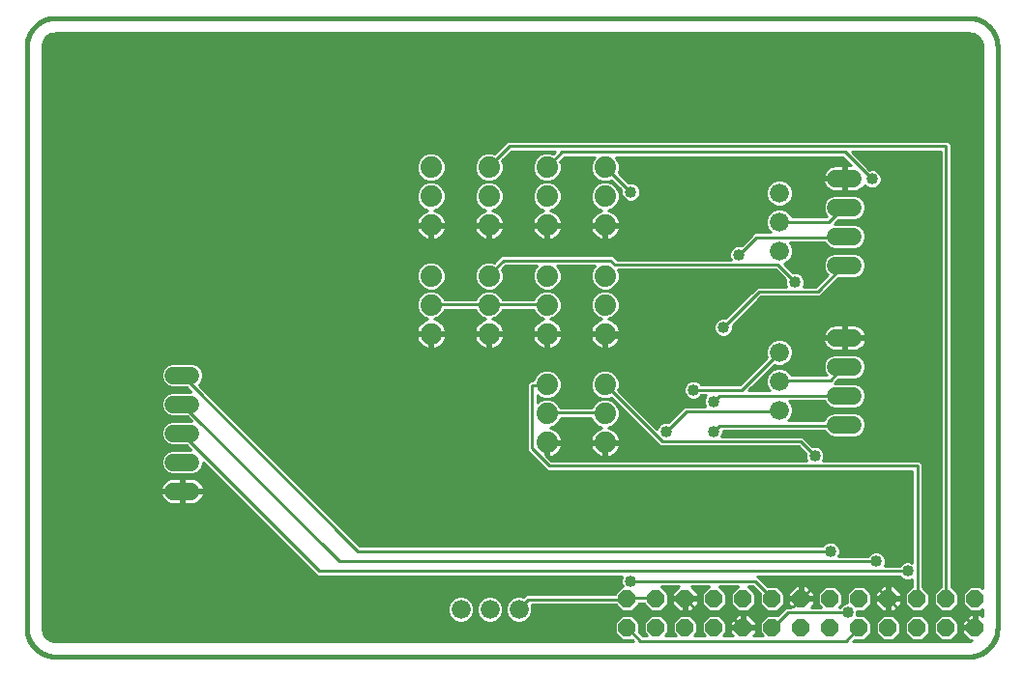
<source format=gbl>
G75*
%MOIN*%
%OFA0B0*%
%FSLAX25Y25*%
%IPPOS*%
%LPD*%
%AMOC8*
5,1,8,0,0,1.08239X$1,22.5*
%
%ADD10C,0.01600*%
%ADD11C,0.07400*%
%ADD12C,0.06600*%
%ADD13C,0.06000*%
%ADD14OC8,0.06000*%
%ADD15C,0.01000*%
%ADD16C,0.04000*%
D10*
X0016500Y0004000D02*
X0331146Y0004000D01*
X0331388Y0004003D01*
X0331629Y0004012D01*
X0331870Y0004026D01*
X0332111Y0004047D01*
X0332351Y0004073D01*
X0332591Y0004105D01*
X0332830Y0004143D01*
X0333067Y0004186D01*
X0333304Y0004236D01*
X0333539Y0004291D01*
X0333773Y0004351D01*
X0334005Y0004418D01*
X0334236Y0004489D01*
X0334465Y0004567D01*
X0334692Y0004650D01*
X0334917Y0004738D01*
X0335140Y0004832D01*
X0335360Y0004931D01*
X0335578Y0005036D01*
X0335793Y0005145D01*
X0336006Y0005260D01*
X0336216Y0005380D01*
X0336422Y0005505D01*
X0336626Y0005635D01*
X0336827Y0005770D01*
X0337024Y0005910D01*
X0337218Y0006054D01*
X0337408Y0006203D01*
X0337594Y0006357D01*
X0337777Y0006515D01*
X0337956Y0006677D01*
X0338131Y0006844D01*
X0338302Y0007015D01*
X0338469Y0007190D01*
X0338631Y0007369D01*
X0338789Y0007552D01*
X0338943Y0007738D01*
X0339092Y0007928D01*
X0339236Y0008122D01*
X0339376Y0008319D01*
X0339511Y0008520D01*
X0339641Y0008724D01*
X0339766Y0008930D01*
X0339886Y0009140D01*
X0340001Y0009353D01*
X0340110Y0009568D01*
X0340215Y0009786D01*
X0340314Y0010006D01*
X0340408Y0010229D01*
X0340496Y0010454D01*
X0340579Y0010681D01*
X0340657Y0010910D01*
X0340728Y0011141D01*
X0340795Y0011373D01*
X0340855Y0011607D01*
X0340910Y0011842D01*
X0340960Y0012079D01*
X0341003Y0012316D01*
X0341041Y0012555D01*
X0341073Y0012795D01*
X0341099Y0013035D01*
X0341120Y0013276D01*
X0341134Y0013517D01*
X0341143Y0013758D01*
X0341146Y0014000D01*
X0341146Y0214472D01*
X0341143Y0214714D01*
X0341134Y0214955D01*
X0341120Y0215196D01*
X0341099Y0215437D01*
X0341073Y0215677D01*
X0341041Y0215917D01*
X0341003Y0216156D01*
X0340960Y0216393D01*
X0340910Y0216630D01*
X0340855Y0216865D01*
X0340795Y0217099D01*
X0340728Y0217331D01*
X0340657Y0217562D01*
X0340579Y0217791D01*
X0340496Y0218018D01*
X0340408Y0218243D01*
X0340314Y0218466D01*
X0340215Y0218686D01*
X0340110Y0218904D01*
X0340001Y0219119D01*
X0339886Y0219332D01*
X0339766Y0219542D01*
X0339641Y0219748D01*
X0339511Y0219952D01*
X0339376Y0220153D01*
X0339236Y0220350D01*
X0339092Y0220544D01*
X0338943Y0220734D01*
X0338789Y0220920D01*
X0338631Y0221103D01*
X0338469Y0221282D01*
X0338302Y0221457D01*
X0338131Y0221628D01*
X0337956Y0221795D01*
X0337777Y0221957D01*
X0337594Y0222115D01*
X0337408Y0222269D01*
X0337218Y0222418D01*
X0337024Y0222562D01*
X0336827Y0222702D01*
X0336626Y0222837D01*
X0336422Y0222967D01*
X0336216Y0223092D01*
X0336006Y0223212D01*
X0335793Y0223327D01*
X0335578Y0223436D01*
X0335360Y0223541D01*
X0335140Y0223640D01*
X0334917Y0223734D01*
X0334692Y0223822D01*
X0334465Y0223905D01*
X0334236Y0223983D01*
X0334005Y0224054D01*
X0333773Y0224121D01*
X0333539Y0224181D01*
X0333304Y0224236D01*
X0333067Y0224286D01*
X0332830Y0224329D01*
X0332591Y0224367D01*
X0332351Y0224399D01*
X0332111Y0224425D01*
X0331870Y0224446D01*
X0331629Y0224460D01*
X0331388Y0224469D01*
X0331146Y0224472D01*
X0016500Y0224472D01*
X0016258Y0224469D01*
X0016017Y0224460D01*
X0015776Y0224446D01*
X0015535Y0224425D01*
X0015295Y0224399D01*
X0015055Y0224367D01*
X0014816Y0224329D01*
X0014579Y0224286D01*
X0014342Y0224236D01*
X0014107Y0224181D01*
X0013873Y0224121D01*
X0013641Y0224054D01*
X0013410Y0223983D01*
X0013181Y0223905D01*
X0012954Y0223822D01*
X0012729Y0223734D01*
X0012506Y0223640D01*
X0012286Y0223541D01*
X0012068Y0223436D01*
X0011853Y0223327D01*
X0011640Y0223212D01*
X0011430Y0223092D01*
X0011224Y0222967D01*
X0011020Y0222837D01*
X0010819Y0222702D01*
X0010622Y0222562D01*
X0010428Y0222418D01*
X0010238Y0222269D01*
X0010052Y0222115D01*
X0009869Y0221957D01*
X0009690Y0221795D01*
X0009515Y0221628D01*
X0009344Y0221457D01*
X0009177Y0221282D01*
X0009015Y0221103D01*
X0008857Y0220920D01*
X0008703Y0220734D01*
X0008554Y0220544D01*
X0008410Y0220350D01*
X0008270Y0220153D01*
X0008135Y0219952D01*
X0008005Y0219748D01*
X0007880Y0219542D01*
X0007760Y0219332D01*
X0007645Y0219119D01*
X0007536Y0218904D01*
X0007431Y0218686D01*
X0007332Y0218466D01*
X0007238Y0218243D01*
X0007150Y0218018D01*
X0007067Y0217791D01*
X0006989Y0217562D01*
X0006918Y0217331D01*
X0006851Y0217099D01*
X0006791Y0216865D01*
X0006736Y0216630D01*
X0006686Y0216393D01*
X0006643Y0216156D01*
X0006605Y0215917D01*
X0006573Y0215677D01*
X0006547Y0215437D01*
X0006526Y0215196D01*
X0006512Y0214955D01*
X0006503Y0214714D01*
X0006500Y0214472D01*
X0006500Y0014000D01*
X0006503Y0013758D01*
X0006512Y0013517D01*
X0006526Y0013276D01*
X0006547Y0013035D01*
X0006573Y0012795D01*
X0006605Y0012555D01*
X0006643Y0012316D01*
X0006686Y0012079D01*
X0006736Y0011842D01*
X0006791Y0011607D01*
X0006851Y0011373D01*
X0006918Y0011141D01*
X0006989Y0010910D01*
X0007067Y0010681D01*
X0007150Y0010454D01*
X0007238Y0010229D01*
X0007332Y0010006D01*
X0007431Y0009786D01*
X0007536Y0009568D01*
X0007645Y0009353D01*
X0007760Y0009140D01*
X0007880Y0008930D01*
X0008005Y0008724D01*
X0008135Y0008520D01*
X0008270Y0008319D01*
X0008410Y0008122D01*
X0008554Y0007928D01*
X0008703Y0007738D01*
X0008857Y0007552D01*
X0009015Y0007369D01*
X0009177Y0007190D01*
X0009344Y0007015D01*
X0009515Y0006844D01*
X0009690Y0006677D01*
X0009869Y0006515D01*
X0010052Y0006357D01*
X0010238Y0006203D01*
X0010428Y0006054D01*
X0010622Y0005910D01*
X0010819Y0005770D01*
X0011020Y0005635D01*
X0011224Y0005505D01*
X0011430Y0005380D01*
X0011640Y0005260D01*
X0011853Y0005145D01*
X0012068Y0005036D01*
X0012286Y0004931D01*
X0012506Y0004832D01*
X0012729Y0004738D01*
X0012954Y0004650D01*
X0013181Y0004567D01*
X0013410Y0004489D01*
X0013641Y0004418D01*
X0013873Y0004351D01*
X0014107Y0004291D01*
X0014342Y0004236D01*
X0014579Y0004186D01*
X0014816Y0004143D01*
X0015055Y0004105D01*
X0015295Y0004073D01*
X0015535Y0004047D01*
X0015776Y0004026D01*
X0016017Y0004012D01*
X0016258Y0004003D01*
X0016500Y0004000D01*
D11*
X0145870Y0115437D03*
X0145870Y0125437D03*
X0145870Y0135437D03*
X0165870Y0135437D03*
X0165870Y0125437D03*
X0165870Y0115437D03*
X0185870Y0115437D03*
X0185870Y0125437D03*
X0185870Y0135437D03*
X0205870Y0135437D03*
X0205870Y0125437D03*
X0205870Y0115437D03*
X0205870Y0097937D03*
X0205870Y0087937D03*
X0205870Y0077937D03*
X0185870Y0077937D03*
X0185870Y0087937D03*
X0185870Y0097937D03*
X0185870Y0152937D03*
X0185870Y0162937D03*
X0185870Y0172937D03*
X0165870Y0172937D03*
X0165870Y0162937D03*
X0165870Y0152937D03*
X0145870Y0152937D03*
X0145870Y0162937D03*
X0145870Y0172937D03*
X0205870Y0172937D03*
X0205870Y0162937D03*
X0205870Y0152937D03*
D12*
X0265929Y0154059D03*
X0265929Y0144059D03*
X0265929Y0164059D03*
X0265929Y0109059D03*
X0265929Y0099059D03*
X0265929Y0089059D03*
X0176185Y0020378D03*
X0166185Y0020378D03*
X0156185Y0020378D03*
D13*
X0063122Y0061126D02*
X0057122Y0061126D01*
X0057122Y0071126D02*
X0063122Y0071126D01*
X0063122Y0081126D02*
X0057122Y0081126D01*
X0057122Y0091126D02*
X0063122Y0091126D01*
X0063122Y0101126D02*
X0057122Y0101126D01*
X0285429Y0104059D02*
X0291429Y0104059D01*
X0291429Y0114059D02*
X0285429Y0114059D01*
X0285429Y0094059D02*
X0291429Y0094059D01*
X0291429Y0084059D02*
X0285429Y0084059D01*
X0285429Y0139059D02*
X0291429Y0139059D01*
X0291429Y0149059D02*
X0285429Y0149059D01*
X0285429Y0159059D02*
X0291429Y0159059D01*
X0291429Y0169059D02*
X0285429Y0169059D01*
D14*
X0283429Y0024000D03*
X0293429Y0024000D03*
X0303429Y0024000D03*
X0313429Y0024000D03*
X0323429Y0024000D03*
X0333429Y0024000D03*
X0333429Y0014000D03*
X0323429Y0014000D03*
X0313429Y0014000D03*
X0303429Y0014000D03*
X0293429Y0014000D03*
X0283429Y0014000D03*
X0273429Y0014000D03*
X0263429Y0014000D03*
X0253429Y0014000D03*
X0243429Y0014000D03*
X0233429Y0014000D03*
X0223429Y0014000D03*
X0213429Y0014000D03*
X0213429Y0024000D03*
X0223429Y0024000D03*
X0233429Y0024000D03*
X0243429Y0024000D03*
X0253429Y0024000D03*
X0263429Y0024000D03*
X0273429Y0024000D03*
D15*
X0012771Y0011139D02*
X0012158Y0012201D01*
X0011840Y0013387D01*
X0011800Y0014000D01*
X0011800Y0214472D01*
X0011840Y0215086D01*
X0012158Y0216271D01*
X0012771Y0217334D01*
X0013639Y0218201D01*
X0014701Y0218815D01*
X0015887Y0219132D01*
X0016500Y0219172D01*
X0331146Y0219172D01*
X0331759Y0219132D01*
X0332944Y0218815D01*
X0334007Y0218201D01*
X0334874Y0217334D01*
X0335488Y0216271D01*
X0335805Y0215086D01*
X0335846Y0214472D01*
X0335846Y0027665D01*
X0335210Y0028300D01*
X0331648Y0028300D01*
X0329129Y0025781D01*
X0329129Y0022219D01*
X0331648Y0019700D01*
X0335210Y0019700D01*
X0335846Y0020335D01*
X0335846Y0017947D01*
X0335293Y0018500D01*
X0333929Y0018500D01*
X0333929Y0014500D01*
X0332929Y0014500D01*
X0332929Y0013500D01*
X0328929Y0013500D01*
X0328929Y0012136D01*
X0331565Y0009500D01*
X0332356Y0009500D01*
X0331759Y0009340D01*
X0331146Y0009300D01*
X0291412Y0009300D01*
X0291813Y0009700D01*
X0295210Y0009700D01*
X0297729Y0012219D01*
X0297729Y0015781D01*
X0295210Y0018300D01*
X0292648Y0018300D01*
X0292772Y0018599D01*
X0292772Y0019700D01*
X0295210Y0019700D01*
X0297729Y0022219D01*
X0297729Y0025781D01*
X0295210Y0028300D01*
X0291648Y0028300D01*
X0289129Y0025781D01*
X0289129Y0022556D01*
X0288816Y0022556D01*
X0287603Y0022053D01*
X0286675Y0021125D01*
X0286646Y0021056D01*
X0286566Y0021056D01*
X0287729Y0022219D01*
X0287729Y0025781D01*
X0285210Y0028300D01*
X0281648Y0028300D01*
X0279129Y0025781D01*
X0279129Y0022219D01*
X0280292Y0021056D01*
X0276849Y0021056D01*
X0277929Y0022136D01*
X0277929Y0023500D01*
X0273929Y0023500D01*
X0273929Y0024500D01*
X0272929Y0024500D01*
X0272929Y0023500D01*
X0268929Y0023500D01*
X0268929Y0022136D01*
X0270009Y0021056D01*
X0268058Y0021056D01*
X0267003Y0020001D01*
X0265256Y0018254D01*
X0265210Y0018300D01*
X0261648Y0018300D01*
X0259129Y0015781D01*
X0259129Y0012219D01*
X0260135Y0011213D01*
X0257006Y0011213D01*
X0257929Y0012136D01*
X0257929Y0013500D01*
X0253929Y0013500D01*
X0253929Y0014500D01*
X0252929Y0014500D01*
X0252929Y0013500D01*
X0248929Y0013500D01*
X0248929Y0012136D01*
X0249852Y0011213D01*
X0246724Y0011213D01*
X0247729Y0012219D01*
X0247729Y0015781D01*
X0245210Y0018300D01*
X0241648Y0018300D01*
X0239129Y0015781D01*
X0239129Y0012219D01*
X0240135Y0011213D01*
X0236724Y0011213D01*
X0237729Y0012219D01*
X0237729Y0015781D01*
X0235210Y0018300D01*
X0231648Y0018300D01*
X0229129Y0015781D01*
X0229129Y0012219D01*
X0230135Y0011213D01*
X0226724Y0011213D01*
X0227729Y0012219D01*
X0227729Y0015781D01*
X0225210Y0018300D01*
X0221648Y0018300D01*
X0219129Y0015781D01*
X0219129Y0012219D01*
X0220135Y0011213D01*
X0218860Y0011213D01*
X0217729Y0012344D01*
X0217729Y0015781D01*
X0215210Y0018300D01*
X0211648Y0018300D01*
X0209129Y0015781D01*
X0209129Y0012219D01*
X0211648Y0009700D01*
X0215210Y0009700D01*
X0215246Y0009736D01*
X0215682Y0009300D01*
X0016500Y0009300D01*
X0015887Y0009340D01*
X0014701Y0009658D01*
X0013639Y0010271D01*
X0012771Y0011139D01*
X0012920Y0010990D02*
X0210358Y0010990D01*
X0209360Y0011988D02*
X0012281Y0011988D01*
X0011947Y0012987D02*
X0209129Y0012987D01*
X0209129Y0013985D02*
X0011801Y0013985D01*
X0011800Y0014984D02*
X0209129Y0014984D01*
X0209330Y0015982D02*
X0177593Y0015982D01*
X0177100Y0015778D02*
X0178791Y0016478D01*
X0180085Y0017772D01*
X0180785Y0019463D01*
X0180785Y0021293D01*
X0180540Y0021885D01*
X0209463Y0021885D01*
X0211648Y0019700D01*
X0215210Y0019700D01*
X0217729Y0022219D01*
X0217729Y0022377D01*
X0219129Y0022377D01*
X0219129Y0022219D01*
X0221648Y0019700D01*
X0225210Y0019700D01*
X0227729Y0022219D01*
X0227729Y0025781D01*
X0225228Y0028283D01*
X0231348Y0028283D01*
X0228929Y0025864D01*
X0228929Y0024500D01*
X0232929Y0024500D01*
X0232929Y0023500D01*
X0228929Y0023500D01*
X0228929Y0022136D01*
X0231565Y0019500D01*
X0232929Y0019500D01*
X0232929Y0023500D01*
X0233929Y0023500D01*
X0233929Y0019500D01*
X0235293Y0019500D01*
X0237929Y0022136D01*
X0237929Y0023500D01*
X0233929Y0023500D01*
X0233929Y0024500D01*
X0237929Y0024500D01*
X0237929Y0025864D01*
X0235510Y0028283D01*
X0241631Y0028283D01*
X0239129Y0025781D01*
X0239129Y0022219D01*
X0241648Y0019700D01*
X0245210Y0019700D01*
X0247729Y0022219D01*
X0247729Y0025781D01*
X0245228Y0028283D01*
X0251631Y0028283D01*
X0249129Y0025781D01*
X0249129Y0022219D01*
X0251648Y0019700D01*
X0255210Y0019700D01*
X0257729Y0022219D01*
X0257729Y0025781D01*
X0255228Y0028283D01*
X0256739Y0028283D01*
X0259185Y0025837D01*
X0259129Y0025781D01*
X0259129Y0022219D01*
X0261648Y0019700D01*
X0265210Y0019700D01*
X0267729Y0022219D01*
X0267729Y0025781D01*
X0265210Y0028300D01*
X0261813Y0028300D01*
X0259284Y0030828D01*
X0258385Y0031728D01*
X0307315Y0031728D01*
X0307344Y0031658D01*
X0308272Y0030730D01*
X0309485Y0030228D01*
X0310798Y0030228D01*
X0311787Y0030637D01*
X0311787Y0028300D01*
X0311648Y0028300D01*
X0309129Y0025781D01*
X0309129Y0022219D01*
X0311648Y0019700D01*
X0315210Y0019700D01*
X0317729Y0022219D01*
X0317729Y0025781D01*
X0315387Y0028124D01*
X0315387Y0070690D01*
X0314332Y0071745D01*
X0281044Y0071745D01*
X0281454Y0072733D01*
X0281454Y0074046D01*
X0280951Y0075259D01*
X0280023Y0076187D01*
X0278810Y0076690D01*
X0277497Y0076690D01*
X0277428Y0076661D01*
X0275032Y0079057D01*
X0273978Y0080111D01*
X0246103Y0080111D01*
X0246513Y0081099D01*
X0246513Y0081924D01*
X0281659Y0081924D01*
X0281784Y0081623D01*
X0282993Y0080414D01*
X0284574Y0079759D01*
X0292284Y0079759D01*
X0293865Y0080414D01*
X0295074Y0081623D01*
X0295729Y0083204D01*
X0295729Y0084914D01*
X0295074Y0086495D01*
X0293865Y0087704D01*
X0292284Y0088359D01*
X0284574Y0088359D01*
X0282993Y0087704D01*
X0281784Y0086495D01*
X0281382Y0085524D01*
X0268900Y0085524D01*
X0269829Y0086453D01*
X0270529Y0088144D01*
X0270529Y0089974D01*
X0269829Y0091665D01*
X0269234Y0092259D01*
X0281520Y0092259D01*
X0281784Y0091623D01*
X0282993Y0090414D01*
X0284574Y0089759D01*
X0292284Y0089759D01*
X0293865Y0090414D01*
X0295074Y0091623D01*
X0295729Y0093204D01*
X0295729Y0094914D01*
X0295074Y0096495D01*
X0293865Y0097704D01*
X0292284Y0098359D01*
X0284999Y0098359D01*
X0285367Y0098727D01*
X0286399Y0099759D01*
X0292284Y0099759D01*
X0293865Y0100414D01*
X0295074Y0101623D01*
X0295729Y0103204D01*
X0295729Y0104914D01*
X0295074Y0106495D01*
X0293865Y0107704D01*
X0292284Y0108359D01*
X0284574Y0108359D01*
X0282993Y0107704D01*
X0281784Y0106495D01*
X0281129Y0104914D01*
X0281129Y0103204D01*
X0281784Y0101623D01*
X0282135Y0101272D01*
X0269991Y0101272D01*
X0269829Y0101665D01*
X0268535Y0102959D01*
X0266844Y0103659D01*
X0265014Y0103659D01*
X0263323Y0102959D01*
X0262029Y0101665D01*
X0261329Y0099974D01*
X0261329Y0098144D01*
X0262029Y0096453D01*
X0262624Y0095859D01*
X0255432Y0095859D01*
X0264320Y0104747D01*
X0265014Y0104459D01*
X0266844Y0104459D01*
X0268535Y0105159D01*
X0269829Y0106453D01*
X0270529Y0108144D01*
X0270529Y0109974D01*
X0269829Y0111665D01*
X0268535Y0112959D01*
X0266844Y0113659D01*
X0265014Y0113659D01*
X0263323Y0112959D01*
X0262029Y0111665D01*
X0261329Y0109974D01*
X0261329Y0108144D01*
X0261709Y0107227D01*
X0252310Y0097828D01*
X0239149Y0097828D01*
X0239120Y0097897D01*
X0238192Y0098825D01*
X0236979Y0099328D01*
X0235666Y0099328D01*
X0234454Y0098825D01*
X0233525Y0097897D01*
X0233023Y0096684D01*
X0233023Y0095371D01*
X0233525Y0094158D01*
X0234454Y0093230D01*
X0235666Y0092728D01*
X0236979Y0092728D01*
X0238192Y0093230D01*
X0239120Y0094158D01*
X0239149Y0094228D01*
X0240683Y0094228D01*
X0240415Y0093960D01*
X0239913Y0092747D01*
X0239913Y0091434D01*
X0240322Y0090446D01*
X0233117Y0090446D01*
X0232062Y0089391D01*
X0227698Y0085027D01*
X0227629Y0085056D01*
X0226316Y0085056D01*
X0225103Y0084553D01*
X0224175Y0083625D01*
X0223751Y0082602D01*
X0210442Y0095910D01*
X0210870Y0096942D01*
X0210870Y0098932D01*
X0210109Y0100769D01*
X0208702Y0102176D01*
X0206865Y0102937D01*
X0204876Y0102937D01*
X0203038Y0102176D01*
X0201631Y0100769D01*
X0200870Y0098932D01*
X0200870Y0096942D01*
X0201631Y0095105D01*
X0203038Y0093698D01*
X0204876Y0092937D01*
X0206865Y0092937D01*
X0207897Y0093365D01*
X0224750Y0076511D01*
X0272487Y0076511D01*
X0274882Y0074115D01*
X0274854Y0074046D01*
X0274854Y0072733D01*
X0275263Y0071745D01*
X0187364Y0071745D01*
X0185370Y0073738D01*
X0185370Y0077437D01*
X0186370Y0077437D01*
X0186370Y0072751D01*
X0187088Y0072865D01*
X0187866Y0073118D01*
X0188595Y0073490D01*
X0189258Y0073971D01*
X0189836Y0074549D01*
X0190318Y0075212D01*
X0190689Y0075941D01*
X0190942Y0076719D01*
X0191056Y0077437D01*
X0186370Y0077437D01*
X0186370Y0078437D01*
X0191056Y0078437D01*
X0190942Y0079155D01*
X0190689Y0079933D01*
X0190318Y0080662D01*
X0189836Y0081325D01*
X0189258Y0081903D01*
X0188595Y0082384D01*
X0187866Y0082756D01*
X0187088Y0083009D01*
X0187052Y0083015D01*
X0188702Y0083698D01*
X0190109Y0085105D01*
X0190626Y0086354D01*
X0201114Y0086354D01*
X0201631Y0085105D01*
X0203038Y0083698D01*
X0204688Y0083015D01*
X0204652Y0083009D01*
X0203874Y0082756D01*
X0203145Y0082384D01*
X0202483Y0081903D01*
X0201904Y0081325D01*
X0201423Y0080662D01*
X0201051Y0079933D01*
X0200798Y0079155D01*
X0200684Y0078437D01*
X0205370Y0078437D01*
X0205370Y0077437D01*
X0200684Y0077437D01*
X0200798Y0076719D01*
X0201051Y0075941D01*
X0201423Y0075212D01*
X0201904Y0074549D01*
X0202483Y0073971D01*
X0203145Y0073490D01*
X0203874Y0073118D01*
X0204652Y0072865D01*
X0205370Y0072751D01*
X0205370Y0077437D01*
X0206370Y0077437D01*
X0206370Y0072751D01*
X0207088Y0072865D01*
X0207866Y0073118D01*
X0208595Y0073490D01*
X0209258Y0073971D01*
X0209836Y0074549D01*
X0210318Y0075212D01*
X0210689Y0075941D01*
X0210942Y0076719D01*
X0211056Y0077437D01*
X0206370Y0077437D01*
X0206370Y0078437D01*
X0211056Y0078437D01*
X0210942Y0079155D01*
X0210689Y0079933D01*
X0210318Y0080662D01*
X0209836Y0081325D01*
X0209258Y0081903D01*
X0208595Y0082384D01*
X0207866Y0082756D01*
X0207088Y0083009D01*
X0207052Y0083015D01*
X0208702Y0083698D01*
X0210109Y0085105D01*
X0210870Y0086942D01*
X0210870Y0088932D01*
X0210109Y0090769D01*
X0208702Y0092176D01*
X0206865Y0092937D01*
X0204876Y0092937D01*
X0203038Y0092176D01*
X0201631Y0090769D01*
X0201293Y0089954D01*
X0190447Y0089954D01*
X0190109Y0090769D01*
X0188702Y0092176D01*
X0186865Y0092937D01*
X0188702Y0093698D01*
X0190109Y0095105D01*
X0190870Y0096942D01*
X0190870Y0098932D01*
X0190109Y0100769D01*
X0188702Y0102176D01*
X0186865Y0102937D01*
X0184876Y0102937D01*
X0183038Y0102176D01*
X0181631Y0100769D01*
X0181024Y0099304D01*
X0179967Y0099304D01*
X0178913Y0098250D01*
X0178913Y0075105D01*
X0179967Y0074050D01*
X0185873Y0068145D01*
X0311787Y0068145D01*
X0311787Y0036418D01*
X0310798Y0036828D01*
X0309485Y0036828D01*
X0308272Y0036325D01*
X0307344Y0035397D01*
X0307315Y0035328D01*
X0302205Y0035328D01*
X0302615Y0036316D01*
X0302615Y0037629D01*
X0302113Y0038842D01*
X0301184Y0039770D01*
X0299971Y0040272D01*
X0298659Y0040272D01*
X0297446Y0039770D01*
X0296517Y0038842D01*
X0296489Y0038772D01*
X0286457Y0038772D01*
X0286867Y0039761D01*
X0286867Y0041074D01*
X0286365Y0042287D01*
X0285436Y0043215D01*
X0284223Y0043717D01*
X0282911Y0043717D01*
X0281698Y0043215D01*
X0280769Y0042287D01*
X0280741Y0042217D01*
X0121419Y0042217D01*
X0065857Y0097779D01*
X0066767Y0098690D01*
X0067422Y0100271D01*
X0067422Y0101981D01*
X0066767Y0103562D01*
X0065558Y0104771D01*
X0063977Y0105426D01*
X0056267Y0105426D01*
X0054686Y0104771D01*
X0053477Y0103562D01*
X0052822Y0101981D01*
X0052822Y0100271D01*
X0053477Y0098690D01*
X0054686Y0097481D01*
X0056267Y0096826D01*
X0061719Y0096826D01*
X0063119Y0095426D01*
X0056267Y0095426D01*
X0054686Y0094771D01*
X0053477Y0093562D01*
X0052822Y0091981D01*
X0052822Y0090271D01*
X0053477Y0088690D01*
X0054686Y0087481D01*
X0056267Y0086826D01*
X0061876Y0086826D01*
X0063276Y0085426D01*
X0056267Y0085426D01*
X0054686Y0084771D01*
X0053477Y0083562D01*
X0052822Y0081981D01*
X0052822Y0080271D01*
X0053477Y0078690D01*
X0054686Y0077481D01*
X0056267Y0076826D01*
X0061542Y0076826D01*
X0062942Y0075426D01*
X0056267Y0075426D01*
X0054686Y0074771D01*
X0053477Y0073562D01*
X0052822Y0071981D01*
X0052822Y0070271D01*
X0053477Y0068690D01*
X0054686Y0067481D01*
X0056267Y0066826D01*
X0063977Y0066826D01*
X0065558Y0067481D01*
X0066767Y0068690D01*
X0067422Y0070271D01*
X0067422Y0070946D01*
X0105586Y0032782D01*
X0106640Y0031728D01*
X0211779Y0031728D01*
X0211369Y0030739D01*
X0211369Y0029426D01*
X0211836Y0028300D01*
X0211648Y0028300D01*
X0209129Y0025781D01*
X0209129Y0025485D01*
X0178491Y0025485D01*
X0177725Y0024719D01*
X0177100Y0024978D01*
X0175270Y0024978D01*
X0173579Y0024278D01*
X0172285Y0022984D01*
X0171585Y0021293D01*
X0171585Y0019463D01*
X0172285Y0017772D01*
X0173579Y0016478D01*
X0175270Y0015778D01*
X0177100Y0015778D01*
X0174777Y0015982D02*
X0167593Y0015982D01*
X0167100Y0015778D02*
X0168791Y0016478D01*
X0170085Y0017772D01*
X0170785Y0019463D01*
X0170785Y0021293D01*
X0170085Y0022984D01*
X0168791Y0024278D01*
X0167100Y0024978D01*
X0165270Y0024978D01*
X0163579Y0024278D01*
X0162285Y0022984D01*
X0161585Y0021293D01*
X0161585Y0019463D01*
X0162285Y0017772D01*
X0163579Y0016478D01*
X0165270Y0015778D01*
X0167100Y0015778D01*
X0164777Y0015982D02*
X0157593Y0015982D01*
X0157100Y0015778D02*
X0158791Y0016478D01*
X0160085Y0017772D01*
X0160785Y0019463D01*
X0160785Y0021293D01*
X0160085Y0022984D01*
X0158791Y0024278D01*
X0157100Y0024978D01*
X0155270Y0024978D01*
X0153579Y0024278D01*
X0152285Y0022984D01*
X0151585Y0021293D01*
X0151585Y0019463D01*
X0152285Y0017772D01*
X0153579Y0016478D01*
X0155270Y0015778D01*
X0157100Y0015778D01*
X0154777Y0015982D02*
X0011800Y0015982D01*
X0011800Y0016981D02*
X0153077Y0016981D01*
X0152200Y0017979D02*
X0011800Y0017979D01*
X0011800Y0018978D02*
X0151786Y0018978D01*
X0151585Y0019976D02*
X0011800Y0019976D01*
X0011800Y0020975D02*
X0151585Y0020975D01*
X0151867Y0021973D02*
X0011800Y0021973D01*
X0011800Y0022972D02*
X0152280Y0022972D01*
X0153272Y0023970D02*
X0011800Y0023970D01*
X0011800Y0024969D02*
X0155248Y0024969D01*
X0157122Y0024969D02*
X0165248Y0024969D01*
X0167122Y0024969D02*
X0175248Y0024969D01*
X0177122Y0024969D02*
X0177974Y0024969D01*
X0179236Y0023685D02*
X0213193Y0023685D01*
X0213429Y0024000D01*
X0213685Y0024177D01*
X0223035Y0024177D01*
X0223429Y0024000D01*
X0220373Y0020975D02*
X0216485Y0020975D01*
X0217483Y0021973D02*
X0219375Y0021973D01*
X0221372Y0019976D02*
X0215486Y0019976D01*
X0215531Y0017979D02*
X0221327Y0017979D01*
X0220329Y0016981D02*
X0216530Y0016981D01*
X0217528Y0015982D02*
X0219330Y0015982D01*
X0219129Y0014984D02*
X0217729Y0014984D01*
X0217729Y0013985D02*
X0219129Y0013985D01*
X0219129Y0012987D02*
X0217729Y0012987D01*
X0218085Y0011988D02*
X0219360Y0011988D01*
X0218114Y0009413D02*
X0213685Y0013843D01*
X0213429Y0014000D01*
X0210329Y0016981D02*
X0179293Y0016981D01*
X0180170Y0017979D02*
X0211327Y0017979D01*
X0211372Y0019976D02*
X0180785Y0019976D01*
X0180785Y0020975D02*
X0210373Y0020975D01*
X0209315Y0025967D02*
X0011800Y0025967D01*
X0011800Y0026966D02*
X0210314Y0026966D01*
X0211312Y0027964D02*
X0011800Y0027964D01*
X0011800Y0028963D02*
X0211561Y0028963D01*
X0211369Y0029961D02*
X0011800Y0029961D01*
X0011800Y0030960D02*
X0211461Y0030960D01*
X0214669Y0030083D02*
X0257484Y0030083D01*
X0263390Y0024177D01*
X0263429Y0024000D01*
X0260373Y0020975D02*
X0256485Y0020975D01*
X0257483Y0021973D02*
X0259375Y0021973D01*
X0259129Y0022972D02*
X0257729Y0022972D01*
X0257729Y0023970D02*
X0259129Y0023970D01*
X0259129Y0024969D02*
X0257729Y0024969D01*
X0257543Y0025967D02*
X0259054Y0025967D01*
X0258056Y0026966D02*
X0256544Y0026966D01*
X0257057Y0027964D02*
X0255546Y0027964D01*
X0251312Y0027964D02*
X0245546Y0027964D01*
X0246544Y0026966D02*
X0250314Y0026966D01*
X0249315Y0025967D02*
X0247543Y0025967D01*
X0247729Y0024969D02*
X0249129Y0024969D01*
X0249129Y0023970D02*
X0247729Y0023970D01*
X0247729Y0022972D02*
X0249129Y0022972D01*
X0249375Y0021973D02*
X0247483Y0021973D01*
X0246485Y0020975D02*
X0250373Y0020975D01*
X0251372Y0019976D02*
X0245486Y0019976D01*
X0245531Y0017979D02*
X0251044Y0017979D01*
X0251565Y0018500D02*
X0248929Y0015864D01*
X0248929Y0014500D01*
X0252929Y0014500D01*
X0252929Y0018500D01*
X0251565Y0018500D01*
X0252929Y0017979D02*
X0253929Y0017979D01*
X0253929Y0018500D02*
X0253929Y0014500D01*
X0257929Y0014500D01*
X0257929Y0015864D01*
X0255293Y0018500D01*
X0253929Y0018500D01*
X0253929Y0016981D02*
X0252929Y0016981D01*
X0252929Y0015982D02*
X0253929Y0015982D01*
X0253929Y0014984D02*
X0252929Y0014984D01*
X0253055Y0014335D02*
X0253429Y0014000D01*
X0252929Y0013985D02*
X0247729Y0013985D01*
X0247729Y0012987D02*
X0248929Y0012987D01*
X0249077Y0011988D02*
X0247498Y0011988D01*
X0247729Y0014984D02*
X0248929Y0014984D01*
X0249047Y0015982D02*
X0247528Y0015982D01*
X0246530Y0016981D02*
X0250046Y0016981D01*
X0248626Y0018764D02*
X0264374Y0018764D01*
X0266835Y0021224D01*
X0270772Y0021224D01*
X0273232Y0023685D01*
X0273429Y0024000D01*
X0273724Y0024177D01*
X0278154Y0028606D01*
X0298823Y0028606D01*
X0303429Y0024000D01*
X0308173Y0019256D01*
X0328350Y0019256D01*
X0333272Y0014335D01*
X0333429Y0014000D01*
X0332929Y0013985D02*
X0327729Y0013985D01*
X0327729Y0012987D02*
X0328929Y0012987D01*
X0329077Y0011988D02*
X0327498Y0011988D01*
X0327729Y0012219D02*
X0325210Y0009700D01*
X0321648Y0009700D01*
X0319129Y0012219D01*
X0319129Y0015781D01*
X0321648Y0018300D01*
X0325210Y0018300D01*
X0327729Y0015781D01*
X0327729Y0012219D01*
X0326500Y0010990D02*
X0330076Y0010990D01*
X0331074Y0009991D02*
X0325501Y0009991D01*
X0321357Y0009991D02*
X0315501Y0009991D01*
X0315210Y0009700D02*
X0317729Y0012219D01*
X0317729Y0015781D01*
X0315210Y0018300D01*
X0311648Y0018300D01*
X0309129Y0015781D01*
X0309129Y0012219D01*
X0311648Y0009700D01*
X0315210Y0009700D01*
X0316500Y0010990D02*
X0320358Y0010990D01*
X0319360Y0011988D02*
X0317498Y0011988D01*
X0317729Y0012987D02*
X0319129Y0012987D01*
X0319129Y0013985D02*
X0317729Y0013985D01*
X0317729Y0014984D02*
X0319129Y0014984D01*
X0319330Y0015982D02*
X0317528Y0015982D01*
X0316530Y0016981D02*
X0320329Y0016981D01*
X0321327Y0017979D02*
X0315531Y0017979D01*
X0315486Y0019976D02*
X0321372Y0019976D01*
X0321648Y0019700D02*
X0325210Y0019700D01*
X0327729Y0022219D01*
X0327729Y0025781D01*
X0325229Y0028281D01*
X0325229Y0180927D01*
X0324175Y0181981D01*
X0172093Y0181981D01*
X0167702Y0177590D01*
X0166865Y0177937D01*
X0164876Y0177937D01*
X0163038Y0177176D01*
X0161631Y0175769D01*
X0160870Y0173932D01*
X0160870Y0171942D01*
X0161631Y0170105D01*
X0163038Y0168698D01*
X0164876Y0167937D01*
X0163038Y0167176D01*
X0161631Y0165769D01*
X0160870Y0163932D01*
X0160870Y0161942D01*
X0161631Y0160105D01*
X0163038Y0158698D01*
X0164688Y0158015D01*
X0164652Y0158009D01*
X0163874Y0157756D01*
X0163145Y0157384D01*
X0162483Y0156903D01*
X0161904Y0156325D01*
X0161423Y0155662D01*
X0161051Y0154933D01*
X0160798Y0154155D01*
X0160684Y0153437D01*
X0165370Y0153437D01*
X0165370Y0152437D01*
X0160684Y0152437D01*
X0160798Y0151719D01*
X0161051Y0150941D01*
X0161423Y0150212D01*
X0161904Y0149549D01*
X0162483Y0148971D01*
X0163145Y0148490D01*
X0163874Y0148118D01*
X0164652Y0147865D01*
X0165370Y0147751D01*
X0165370Y0152437D01*
X0166370Y0152437D01*
X0166370Y0147751D01*
X0167088Y0147865D01*
X0167866Y0148118D01*
X0168595Y0148490D01*
X0169258Y0148971D01*
X0169836Y0149549D01*
X0170318Y0150212D01*
X0170689Y0150941D01*
X0170942Y0151719D01*
X0171056Y0152437D01*
X0166370Y0152437D01*
X0166370Y0153437D01*
X0171056Y0153437D01*
X0170942Y0154155D01*
X0170689Y0154933D01*
X0170318Y0155662D01*
X0169836Y0156325D01*
X0169258Y0156903D01*
X0168595Y0157384D01*
X0167866Y0157756D01*
X0167088Y0158009D01*
X0167052Y0158015D01*
X0168702Y0158698D01*
X0170109Y0160105D01*
X0170870Y0161942D01*
X0170870Y0163932D01*
X0170109Y0165769D01*
X0168702Y0167176D01*
X0166865Y0167937D01*
X0164876Y0167937D01*
X0166865Y0167937D01*
X0168702Y0168698D01*
X0170109Y0170105D01*
X0170870Y0171942D01*
X0170870Y0173932D01*
X0170362Y0175159D01*
X0173584Y0178381D01*
X0188670Y0178381D01*
X0187827Y0177538D01*
X0186865Y0177937D01*
X0184876Y0177937D01*
X0183038Y0177176D01*
X0181631Y0175769D01*
X0180870Y0173932D01*
X0180870Y0171942D01*
X0181631Y0170105D01*
X0183038Y0168698D01*
X0184876Y0167937D01*
X0183038Y0167176D01*
X0181631Y0165769D01*
X0180870Y0163932D01*
X0180870Y0161942D01*
X0181631Y0160105D01*
X0183038Y0158698D01*
X0184688Y0158015D01*
X0184652Y0158009D01*
X0183874Y0157756D01*
X0183145Y0157384D01*
X0182483Y0156903D01*
X0181904Y0156325D01*
X0181423Y0155662D01*
X0181051Y0154933D01*
X0180798Y0154155D01*
X0180684Y0153437D01*
X0185370Y0153437D01*
X0185370Y0152437D01*
X0180684Y0152437D01*
X0180798Y0151719D01*
X0181051Y0150941D01*
X0181423Y0150212D01*
X0181904Y0149549D01*
X0182483Y0148971D01*
X0183145Y0148490D01*
X0183874Y0148118D01*
X0184652Y0147865D01*
X0185370Y0147751D01*
X0185370Y0152437D01*
X0186370Y0152437D01*
X0186370Y0147751D01*
X0187088Y0147865D01*
X0187866Y0148118D01*
X0188595Y0148490D01*
X0189258Y0148971D01*
X0189836Y0149549D01*
X0190318Y0150212D01*
X0190689Y0150941D01*
X0190942Y0151719D01*
X0191056Y0152437D01*
X0186370Y0152437D01*
X0186370Y0153437D01*
X0191056Y0153437D01*
X0190942Y0154155D01*
X0190689Y0154933D01*
X0190318Y0155662D01*
X0189836Y0156325D01*
X0189258Y0156903D01*
X0188595Y0157384D01*
X0187866Y0157756D01*
X0187088Y0158009D01*
X0187052Y0158015D01*
X0188702Y0158698D01*
X0190109Y0160105D01*
X0190870Y0161942D01*
X0190870Y0163932D01*
X0190109Y0165769D01*
X0188702Y0167176D01*
X0186865Y0167937D01*
X0184876Y0167937D01*
X0186865Y0167937D01*
X0188702Y0168698D01*
X0190109Y0170105D01*
X0190870Y0171942D01*
X0190870Y0173932D01*
X0190414Y0175033D01*
X0191793Y0176413D01*
X0202275Y0176413D01*
X0201631Y0175769D01*
X0200870Y0173932D01*
X0200870Y0171942D01*
X0201631Y0170105D01*
X0203038Y0168698D01*
X0204876Y0167937D01*
X0203038Y0167176D01*
X0201631Y0165769D01*
X0200870Y0163932D01*
X0200870Y0161942D01*
X0201631Y0160105D01*
X0203038Y0158698D01*
X0204688Y0158015D01*
X0204652Y0158009D01*
X0203874Y0157756D01*
X0203145Y0157384D01*
X0202483Y0156903D01*
X0201904Y0156325D01*
X0201423Y0155662D01*
X0201051Y0154933D01*
X0200798Y0154155D01*
X0200684Y0153437D01*
X0205370Y0153437D01*
X0205370Y0152437D01*
X0200684Y0152437D01*
X0200798Y0151719D01*
X0201051Y0150941D01*
X0201423Y0150212D01*
X0201904Y0149549D01*
X0202483Y0148971D01*
X0203145Y0148490D01*
X0203874Y0148118D01*
X0204652Y0147865D01*
X0205370Y0147751D01*
X0205370Y0152437D01*
X0206370Y0152437D01*
X0206370Y0147751D01*
X0207088Y0147865D01*
X0207866Y0148118D01*
X0208595Y0148490D01*
X0209258Y0148971D01*
X0209836Y0149549D01*
X0210318Y0150212D01*
X0210689Y0150941D01*
X0210942Y0151719D01*
X0211056Y0152437D01*
X0206370Y0152437D01*
X0206370Y0153437D01*
X0211056Y0153437D01*
X0210942Y0154155D01*
X0210689Y0154933D01*
X0210318Y0155662D01*
X0209836Y0156325D01*
X0209258Y0156903D01*
X0208595Y0157384D01*
X0207866Y0157756D01*
X0207088Y0158009D01*
X0207052Y0158015D01*
X0208702Y0158698D01*
X0210109Y0160105D01*
X0210870Y0161942D01*
X0210870Y0163932D01*
X0210109Y0165769D01*
X0208702Y0167176D01*
X0206865Y0167937D01*
X0204876Y0167937D01*
X0206865Y0167937D01*
X0208106Y0168451D01*
X0211398Y0165159D01*
X0211369Y0165089D01*
X0211369Y0163777D01*
X0211872Y0162564D01*
X0212800Y0161635D01*
X0214013Y0161133D01*
X0215326Y0161133D01*
X0216539Y0161635D01*
X0217467Y0162564D01*
X0217969Y0163777D01*
X0217969Y0165089D01*
X0217467Y0166302D01*
X0216539Y0167231D01*
X0215326Y0167733D01*
X0214013Y0167733D01*
X0213944Y0167704D01*
X0210529Y0171119D01*
X0210870Y0171942D01*
X0210870Y0173932D01*
X0210109Y0175769D01*
X0209466Y0176413D01*
X0287743Y0176413D01*
X0290596Y0173559D01*
X0288929Y0173559D01*
X0288929Y0169559D01*
X0287929Y0169559D01*
X0287929Y0168559D01*
X0280952Y0168559D01*
X0281040Y0168005D01*
X0281259Y0167332D01*
X0281580Y0166701D01*
X0281997Y0166127D01*
X0282498Y0165627D01*
X0283071Y0165210D01*
X0283702Y0164889D01*
X0284375Y0164670D01*
X0285075Y0164559D01*
X0287929Y0164559D01*
X0287929Y0168559D01*
X0288929Y0168559D01*
X0288929Y0164559D01*
X0291783Y0164559D01*
X0292483Y0164670D01*
X0293157Y0164889D01*
X0293788Y0165210D01*
X0294361Y0165627D01*
X0294862Y0166127D01*
X0295278Y0166701D01*
X0295297Y0166737D01*
X0295969Y0166065D01*
X0297182Y0165562D01*
X0298495Y0165562D01*
X0299708Y0166065D01*
X0300636Y0166993D01*
X0301139Y0168206D01*
X0301139Y0169519D01*
X0300636Y0170731D01*
X0299708Y0171660D01*
X0298495Y0172162D01*
X0297182Y0172162D01*
X0297113Y0172133D01*
X0290865Y0178381D01*
X0321629Y0178381D01*
X0321629Y0028281D01*
X0319129Y0025781D01*
X0319129Y0022219D01*
X0321648Y0019700D01*
X0320373Y0020975D02*
X0316485Y0020975D01*
X0317483Y0021973D02*
X0319375Y0021973D01*
X0319129Y0022972D02*
X0317729Y0022972D01*
X0317729Y0023970D02*
X0319129Y0023970D01*
X0319129Y0024969D02*
X0317729Y0024969D01*
X0317543Y0025967D02*
X0319315Y0025967D01*
X0320314Y0026966D02*
X0316544Y0026966D01*
X0315546Y0027964D02*
X0321312Y0027964D01*
X0321629Y0028963D02*
X0315387Y0028963D01*
X0315387Y0029961D02*
X0321629Y0029961D01*
X0321629Y0030960D02*
X0315387Y0030960D01*
X0315387Y0031958D02*
X0321629Y0031958D01*
X0321629Y0032957D02*
X0315387Y0032957D01*
X0315387Y0033955D02*
X0321629Y0033955D01*
X0321629Y0034954D02*
X0315387Y0034954D01*
X0315387Y0035952D02*
X0321629Y0035952D01*
X0321629Y0036951D02*
X0315387Y0036951D01*
X0315387Y0037949D02*
X0321629Y0037949D01*
X0321629Y0038948D02*
X0315387Y0038948D01*
X0315387Y0039946D02*
X0321629Y0039946D01*
X0321629Y0040945D02*
X0315387Y0040945D01*
X0315387Y0041943D02*
X0321629Y0041943D01*
X0321629Y0042942D02*
X0315387Y0042942D01*
X0315387Y0043940D02*
X0321629Y0043940D01*
X0321629Y0044939D02*
X0315387Y0044939D01*
X0315387Y0045937D02*
X0321629Y0045937D01*
X0321629Y0046936D02*
X0315387Y0046936D01*
X0315387Y0047934D02*
X0321629Y0047934D01*
X0321629Y0048933D02*
X0315387Y0048933D01*
X0315387Y0049932D02*
X0321629Y0049932D01*
X0321629Y0050930D02*
X0315387Y0050930D01*
X0315387Y0051929D02*
X0321629Y0051929D01*
X0321629Y0052927D02*
X0315387Y0052927D01*
X0315387Y0053926D02*
X0321629Y0053926D01*
X0321629Y0054924D02*
X0315387Y0054924D01*
X0315387Y0055923D02*
X0321629Y0055923D01*
X0321629Y0056921D02*
X0315387Y0056921D01*
X0315387Y0057920D02*
X0321629Y0057920D01*
X0321629Y0058918D02*
X0315387Y0058918D01*
X0315387Y0059917D02*
X0321629Y0059917D01*
X0321629Y0060915D02*
X0315387Y0060915D01*
X0315387Y0061914D02*
X0321629Y0061914D01*
X0321629Y0062912D02*
X0315387Y0062912D01*
X0315387Y0063911D02*
X0321629Y0063911D01*
X0321629Y0064909D02*
X0315387Y0064909D01*
X0315387Y0065908D02*
X0321629Y0065908D01*
X0321629Y0066906D02*
X0315387Y0066906D01*
X0315387Y0067905D02*
X0321629Y0067905D01*
X0321629Y0068903D02*
X0315387Y0068903D01*
X0315387Y0069902D02*
X0321629Y0069902D01*
X0321629Y0070900D02*
X0315177Y0070900D01*
X0313587Y0069945D02*
X0186618Y0069945D01*
X0180713Y0075850D01*
X0180713Y0097504D01*
X0185634Y0097504D01*
X0185870Y0097937D01*
X0181253Y0099857D02*
X0067251Y0099857D01*
X0067422Y0100856D02*
X0181718Y0100856D01*
X0182716Y0101854D02*
X0067422Y0101854D01*
X0067061Y0102853D02*
X0184672Y0102853D01*
X0187068Y0102853D02*
X0204672Y0102853D01*
X0202716Y0101854D02*
X0189024Y0101854D01*
X0190023Y0100856D02*
X0201718Y0100856D01*
X0201253Y0099857D02*
X0190487Y0099857D01*
X0190870Y0098859D02*
X0200870Y0098859D01*
X0200870Y0097860D02*
X0190870Y0097860D01*
X0190837Y0096862D02*
X0200904Y0096862D01*
X0201317Y0095863D02*
X0190423Y0095863D01*
X0189869Y0094865D02*
X0201871Y0094865D01*
X0202870Y0093866D02*
X0188870Y0093866D01*
X0189009Y0091869D02*
X0202731Y0091869D01*
X0201732Y0090870D02*
X0190008Y0090870D01*
X0187032Y0092868D02*
X0204708Y0092868D01*
X0207032Y0092868D02*
X0208394Y0092868D01*
X0209009Y0091869D02*
X0209392Y0091869D01*
X0210008Y0090870D02*
X0210391Y0090870D01*
X0210481Y0089872D02*
X0211390Y0089872D01*
X0210870Y0088873D02*
X0212388Y0088873D01*
X0213387Y0087875D02*
X0210870Y0087875D01*
X0210843Y0086876D02*
X0214385Y0086876D01*
X0215384Y0085878D02*
X0210429Y0085878D01*
X0209884Y0084879D02*
X0216382Y0084879D01*
X0217381Y0083881D02*
X0208885Y0083881D01*
X0207477Y0082882D02*
X0218379Y0082882D01*
X0219378Y0081884D02*
X0209277Y0081884D01*
X0210156Y0080885D02*
X0220376Y0080885D01*
X0221375Y0079887D02*
X0210704Y0079887D01*
X0210984Y0078888D02*
X0222373Y0078888D01*
X0223372Y0077890D02*
X0206370Y0077890D01*
X0206370Y0076891D02*
X0205370Y0076891D01*
X0205370Y0075893D02*
X0206370Y0075893D01*
X0206370Y0074894D02*
X0205370Y0074894D01*
X0205370Y0073896D02*
X0206370Y0073896D01*
X0206370Y0072897D02*
X0205370Y0072897D01*
X0204553Y0072897D02*
X0187187Y0072897D01*
X0186370Y0072897D02*
X0186211Y0072897D01*
X0186370Y0073896D02*
X0185370Y0073896D01*
X0185370Y0074894D02*
X0186370Y0074894D01*
X0186370Y0075893D02*
X0185370Y0075893D01*
X0185370Y0076891D02*
X0186370Y0076891D01*
X0186370Y0077890D02*
X0205370Y0077890D01*
X0200771Y0076891D02*
X0190969Y0076891D01*
X0190665Y0075893D02*
X0201076Y0075893D01*
X0201653Y0074894D02*
X0190087Y0074894D01*
X0189155Y0073896D02*
X0202586Y0073896D01*
X0207187Y0072897D02*
X0274854Y0072897D01*
X0274854Y0073896D02*
X0209155Y0073896D01*
X0210087Y0074894D02*
X0274103Y0074894D01*
X0273105Y0075893D02*
X0210665Y0075893D01*
X0210969Y0076891D02*
X0224370Y0076891D01*
X0225496Y0078311D02*
X0205870Y0097937D01*
X0210487Y0099857D02*
X0254339Y0099857D01*
X0253341Y0098859D02*
X0238111Y0098859D01*
X0239136Y0097860D02*
X0252342Y0097860D01*
X0253055Y0096028D02*
X0236323Y0096028D01*
X0233233Y0094865D02*
X0211488Y0094865D01*
X0210490Y0095863D02*
X0233023Y0095863D01*
X0233096Y0096862D02*
X0210837Y0096862D01*
X0210870Y0097860D02*
X0233510Y0097860D01*
X0234534Y0098859D02*
X0210870Y0098859D01*
X0210023Y0100856D02*
X0255338Y0100856D01*
X0256336Y0101854D02*
X0209024Y0101854D01*
X0207068Y0102853D02*
X0257335Y0102853D01*
X0258333Y0103851D02*
X0066478Y0103851D01*
X0065369Y0104850D02*
X0259332Y0104850D01*
X0260330Y0105848D02*
X0011800Y0105848D01*
X0011800Y0104850D02*
X0054875Y0104850D01*
X0053766Y0103851D02*
X0011800Y0103851D01*
X0011800Y0102853D02*
X0053183Y0102853D01*
X0052822Y0101854D02*
X0011800Y0101854D01*
X0011800Y0100856D02*
X0052822Y0100856D01*
X0052993Y0099857D02*
X0011800Y0099857D01*
X0011800Y0098859D02*
X0053407Y0098859D01*
X0054307Y0097860D02*
X0011800Y0097860D01*
X0011800Y0096862D02*
X0056181Y0096862D01*
X0054911Y0094865D02*
X0011800Y0094865D01*
X0011800Y0095863D02*
X0062682Y0095863D01*
X0065937Y0097860D02*
X0178913Y0097860D01*
X0178913Y0096862D02*
X0066775Y0096862D01*
X0067773Y0095863D02*
X0178913Y0095863D01*
X0178913Y0094865D02*
X0068772Y0094865D01*
X0069770Y0093866D02*
X0178913Y0093866D01*
X0178913Y0092868D02*
X0070769Y0092868D01*
X0071767Y0091869D02*
X0178913Y0091869D01*
X0178913Y0090870D02*
X0072766Y0090870D01*
X0073764Y0089872D02*
X0178913Y0089872D01*
X0178913Y0088873D02*
X0074763Y0088873D01*
X0075761Y0087875D02*
X0178913Y0087875D01*
X0178913Y0086876D02*
X0076760Y0086876D01*
X0077758Y0085878D02*
X0178913Y0085878D01*
X0178913Y0084879D02*
X0078757Y0084879D01*
X0079755Y0083881D02*
X0178913Y0083881D01*
X0178913Y0082882D02*
X0080754Y0082882D01*
X0081752Y0081884D02*
X0178913Y0081884D01*
X0178913Y0080885D02*
X0082751Y0080885D01*
X0083749Y0079887D02*
X0178913Y0079887D01*
X0178913Y0078888D02*
X0084748Y0078888D01*
X0085746Y0077890D02*
X0178913Y0077890D01*
X0178913Y0076891D02*
X0086745Y0076891D01*
X0087743Y0075893D02*
X0178913Y0075893D01*
X0179123Y0074894D02*
X0088742Y0074894D01*
X0089740Y0073896D02*
X0180122Y0073896D01*
X0181120Y0072897D02*
X0090739Y0072897D01*
X0091737Y0071899D02*
X0182119Y0071899D01*
X0183117Y0070900D02*
X0092736Y0070900D01*
X0093734Y0069902D02*
X0184116Y0069902D01*
X0185114Y0068903D02*
X0094733Y0068903D01*
X0095731Y0067905D02*
X0311787Y0067905D01*
X0311787Y0066906D02*
X0096730Y0066906D01*
X0097728Y0065908D02*
X0311787Y0065908D01*
X0311787Y0064909D02*
X0098727Y0064909D01*
X0099725Y0063911D02*
X0311787Y0063911D01*
X0311787Y0062912D02*
X0100724Y0062912D01*
X0101722Y0061914D02*
X0311787Y0061914D01*
X0311787Y0060915D02*
X0102721Y0060915D01*
X0103719Y0059917D02*
X0311787Y0059917D01*
X0311787Y0058918D02*
X0104718Y0058918D01*
X0105717Y0057920D02*
X0311787Y0057920D01*
X0311787Y0056921D02*
X0106715Y0056921D01*
X0107714Y0055923D02*
X0311787Y0055923D01*
X0311787Y0054924D02*
X0108712Y0054924D01*
X0109711Y0053926D02*
X0311787Y0053926D01*
X0311787Y0052927D02*
X0110709Y0052927D01*
X0111708Y0051929D02*
X0311787Y0051929D01*
X0311787Y0050930D02*
X0112706Y0050930D01*
X0113705Y0049932D02*
X0311787Y0049932D01*
X0311787Y0048933D02*
X0114703Y0048933D01*
X0115702Y0047934D02*
X0311787Y0047934D01*
X0311787Y0046936D02*
X0116700Y0046936D01*
X0117699Y0045937D02*
X0311787Y0045937D01*
X0311787Y0044939D02*
X0118697Y0044939D01*
X0119696Y0043940D02*
X0311787Y0043940D01*
X0311787Y0042942D02*
X0285709Y0042942D01*
X0286507Y0041943D02*
X0311787Y0041943D01*
X0311787Y0040945D02*
X0286867Y0040945D01*
X0286867Y0039946D02*
X0297871Y0039946D01*
X0296624Y0038948D02*
X0286530Y0038948D01*
X0283567Y0040417D02*
X0120673Y0040417D01*
X0060142Y0100949D01*
X0060122Y0101126D01*
X0066837Y0098859D02*
X0179522Y0098859D01*
X0182513Y0094223D02*
X0183038Y0093698D01*
X0184876Y0092937D01*
X0186865Y0092937D01*
X0184876Y0092937D01*
X0183038Y0092176D01*
X0182513Y0091651D01*
X0182513Y0094223D01*
X0182513Y0093866D02*
X0182870Y0093866D01*
X0182513Y0092868D02*
X0184708Y0092868D01*
X0182731Y0091869D02*
X0182513Y0091869D01*
X0185870Y0087937D02*
X0186126Y0088154D01*
X0205811Y0088154D01*
X0205870Y0087937D01*
X0201311Y0085878D02*
X0190429Y0085878D01*
X0189884Y0084879D02*
X0201857Y0084879D01*
X0202855Y0083881D02*
X0188885Y0083881D01*
X0187477Y0082882D02*
X0204263Y0082882D01*
X0202463Y0081884D02*
X0189277Y0081884D01*
X0190156Y0080885D02*
X0201585Y0080885D01*
X0201036Y0079887D02*
X0190704Y0079887D01*
X0190984Y0078888D02*
X0200756Y0078888D01*
X0187210Y0071899D02*
X0275199Y0071899D01*
X0278154Y0073390D02*
X0273232Y0078311D01*
X0225496Y0078311D01*
X0226972Y0081756D02*
X0233862Y0088646D01*
X0265850Y0088646D01*
X0265929Y0089059D01*
X0269253Y0085878D02*
X0281528Y0085878D01*
X0282165Y0086876D02*
X0270004Y0086876D01*
X0270418Y0087875D02*
X0283405Y0087875D01*
X0284301Y0089872D02*
X0270529Y0089872D01*
X0270529Y0088873D02*
X0321629Y0088873D01*
X0321629Y0087875D02*
X0293453Y0087875D01*
X0294693Y0086876D02*
X0321629Y0086876D01*
X0321629Y0085878D02*
X0295330Y0085878D01*
X0295729Y0084879D02*
X0321629Y0084879D01*
X0321629Y0083881D02*
X0295729Y0083881D01*
X0295596Y0082882D02*
X0321629Y0082882D01*
X0321629Y0081884D02*
X0295182Y0081884D01*
X0294337Y0080885D02*
X0321629Y0080885D01*
X0321629Y0079887D02*
X0292593Y0079887D01*
X0288429Y0084059D02*
X0287996Y0083724D01*
X0245181Y0083724D01*
X0243213Y0081756D01*
X0246513Y0081884D02*
X0281676Y0081884D01*
X0282522Y0080885D02*
X0246424Y0080885D01*
X0243213Y0092091D02*
X0245181Y0094059D01*
X0288429Y0094059D01*
X0285499Y0098859D02*
X0321629Y0098859D01*
X0321629Y0099857D02*
X0292521Y0099857D01*
X0294307Y0100856D02*
X0321629Y0100856D01*
X0321629Y0101854D02*
X0295170Y0101854D01*
X0295584Y0102853D02*
X0321629Y0102853D01*
X0321629Y0103851D02*
X0295729Y0103851D01*
X0295729Y0104850D02*
X0321629Y0104850D01*
X0321629Y0105848D02*
X0295342Y0105848D01*
X0294723Y0106847D02*
X0321629Y0106847D01*
X0321629Y0107845D02*
X0293525Y0107845D01*
X0293013Y0109842D02*
X0321629Y0109842D01*
X0321629Y0108844D02*
X0270529Y0108844D01*
X0270529Y0109842D02*
X0283845Y0109842D01*
X0283702Y0109889D02*
X0284375Y0109670D01*
X0285075Y0109559D01*
X0287929Y0109559D01*
X0287929Y0113559D01*
X0280952Y0113559D01*
X0281040Y0113005D01*
X0281259Y0112332D01*
X0281580Y0111701D01*
X0281997Y0111127D01*
X0282498Y0110627D01*
X0283071Y0110210D01*
X0283702Y0109889D01*
X0282284Y0110841D02*
X0270170Y0110841D01*
X0269654Y0111839D02*
X0281510Y0111839D01*
X0281094Y0112838D02*
X0268656Y0112838D01*
X0265929Y0109059D02*
X0265850Y0108823D01*
X0253055Y0096028D01*
X0255436Y0095863D02*
X0262620Y0095863D01*
X0261860Y0096862D02*
X0256435Y0096862D01*
X0257433Y0097860D02*
X0261447Y0097860D01*
X0261329Y0098859D02*
X0258432Y0098859D01*
X0259430Y0099857D02*
X0261329Y0099857D01*
X0261694Y0100856D02*
X0260429Y0100856D01*
X0261427Y0101854D02*
X0262219Y0101854D01*
X0262426Y0102853D02*
X0263217Y0102853D01*
X0263424Y0103851D02*
X0281129Y0103851D01*
X0281129Y0104850D02*
X0267787Y0104850D01*
X0269224Y0105848D02*
X0281516Y0105848D01*
X0282136Y0106847D02*
X0269992Y0106847D01*
X0270405Y0107845D02*
X0283333Y0107845D01*
X0287929Y0109842D02*
X0288929Y0109842D01*
X0288929Y0109559D02*
X0291783Y0109559D01*
X0292483Y0109670D01*
X0293157Y0109889D01*
X0293788Y0110210D01*
X0294361Y0110627D01*
X0294862Y0111127D01*
X0295278Y0111701D01*
X0295599Y0112332D01*
X0295818Y0113005D01*
X0295906Y0113559D01*
X0288929Y0113559D01*
X0288929Y0109559D01*
X0288929Y0110841D02*
X0287929Y0110841D01*
X0287929Y0111839D02*
X0288929Y0111839D01*
X0288929Y0112838D02*
X0287929Y0112838D01*
X0287929Y0113559D02*
X0288929Y0113559D01*
X0288929Y0114559D01*
X0287929Y0114559D01*
X0287929Y0113559D01*
X0287929Y0113836D02*
X0210818Y0113836D01*
X0210942Y0114219D02*
X0211056Y0114937D01*
X0206370Y0114937D01*
X0206370Y0110251D01*
X0207088Y0110365D01*
X0207866Y0110618D01*
X0208595Y0110990D01*
X0209258Y0111471D01*
X0209836Y0112049D01*
X0210318Y0112712D01*
X0210689Y0113441D01*
X0210942Y0114219D01*
X0211039Y0114835D02*
X0244906Y0114835D01*
X0244788Y0114884D02*
X0246001Y0114381D01*
X0247314Y0114381D01*
X0248527Y0114884D01*
X0249455Y0115812D01*
X0249957Y0117025D01*
X0249957Y0118338D01*
X0249929Y0118407D01*
X0259706Y0128184D01*
X0279883Y0128184D01*
X0286458Y0134759D01*
X0292284Y0134759D01*
X0293865Y0135414D01*
X0295074Y0136623D01*
X0295729Y0138204D01*
X0295729Y0139914D01*
X0295074Y0141495D01*
X0293865Y0142704D01*
X0292284Y0143359D01*
X0284574Y0143359D01*
X0282993Y0142704D01*
X0281784Y0141495D01*
X0281129Y0139914D01*
X0281129Y0138204D01*
X0281784Y0136623D01*
X0282508Y0135900D01*
X0278392Y0131784D01*
X0274154Y0131784D01*
X0274564Y0132773D01*
X0274564Y0134086D01*
X0274061Y0135298D01*
X0273133Y0136227D01*
X0271920Y0136729D01*
X0270607Y0136729D01*
X0270538Y0136700D01*
X0267505Y0139733D01*
X0268535Y0140159D01*
X0269829Y0141453D01*
X0270529Y0143144D01*
X0270529Y0144974D01*
X0269829Y0146665D01*
X0269609Y0146885D01*
X0281675Y0146885D01*
X0281784Y0146623D01*
X0282993Y0145414D01*
X0284574Y0144759D01*
X0292284Y0144759D01*
X0293865Y0145414D01*
X0295074Y0146623D01*
X0295729Y0148204D01*
X0295729Y0149914D01*
X0295074Y0151495D01*
X0293865Y0152704D01*
X0292284Y0153359D01*
X0284881Y0153359D01*
X0286281Y0154759D01*
X0292284Y0154759D01*
X0293865Y0155414D01*
X0295074Y0156623D01*
X0295729Y0158204D01*
X0295729Y0159914D01*
X0295074Y0161495D01*
X0293865Y0162704D01*
X0292284Y0163359D01*
X0284574Y0163359D01*
X0282993Y0162704D01*
X0281784Y0161495D01*
X0281129Y0159914D01*
X0281129Y0158204D01*
X0281784Y0156623D01*
X0282419Y0155988D01*
X0282329Y0155898D01*
X0270146Y0155898D01*
X0269829Y0156665D01*
X0268535Y0157959D01*
X0266844Y0158659D01*
X0265014Y0158659D01*
X0263323Y0157959D01*
X0262029Y0156665D01*
X0261329Y0154974D01*
X0261329Y0153144D01*
X0262029Y0151453D01*
X0262998Y0150485D01*
X0257231Y0150485D01*
X0256176Y0149431D01*
X0252797Y0146051D01*
X0252727Y0146080D01*
X0251414Y0146080D01*
X0250202Y0145577D01*
X0249273Y0144649D01*
X0248771Y0143436D01*
X0248771Y0142123D01*
X0249180Y0141135D01*
X0210001Y0141135D01*
X0209580Y0141557D01*
X0208525Y0142611D01*
X0170124Y0142611D01*
X0167632Y0140119D01*
X0166865Y0140437D01*
X0164876Y0140437D01*
X0163038Y0139676D01*
X0161631Y0138269D01*
X0160870Y0136432D01*
X0160870Y0134442D01*
X0161631Y0132605D01*
X0163038Y0131198D01*
X0164876Y0130437D01*
X0163038Y0129676D01*
X0161631Y0128269D01*
X0161253Y0127355D01*
X0150488Y0127355D01*
X0150109Y0128269D01*
X0148702Y0129676D01*
X0146865Y0130437D01*
X0144876Y0130437D01*
X0143038Y0129676D01*
X0141631Y0128269D01*
X0140870Y0126432D01*
X0140870Y0124442D01*
X0141631Y0122605D01*
X0143038Y0121198D01*
X0144688Y0120515D01*
X0144652Y0120509D01*
X0143874Y0120256D01*
X0143145Y0119884D01*
X0142483Y0119403D01*
X0141904Y0118825D01*
X0141423Y0118162D01*
X0141051Y0117433D01*
X0140798Y0116655D01*
X0140684Y0115937D01*
X0145370Y0115937D01*
X0145370Y0114937D01*
X0140684Y0114937D01*
X0140798Y0114219D01*
X0141051Y0113441D01*
X0141423Y0112712D01*
X0141904Y0112049D01*
X0142483Y0111471D01*
X0143145Y0110990D01*
X0143874Y0110618D01*
X0144652Y0110365D01*
X0145370Y0110251D01*
X0145370Y0114937D01*
X0146370Y0114937D01*
X0146370Y0110251D01*
X0147088Y0110365D01*
X0147866Y0110618D01*
X0148595Y0110990D01*
X0149258Y0111471D01*
X0149836Y0112049D01*
X0150318Y0112712D01*
X0150689Y0113441D01*
X0150942Y0114219D01*
X0151056Y0114937D01*
X0146370Y0114937D01*
X0146370Y0115937D01*
X0151056Y0115937D01*
X0150942Y0116655D01*
X0150689Y0117433D01*
X0150318Y0118162D01*
X0149836Y0118825D01*
X0149258Y0119403D01*
X0148595Y0119884D01*
X0147866Y0120256D01*
X0147088Y0120509D01*
X0147052Y0120515D01*
X0148702Y0121198D01*
X0150109Y0122605D01*
X0150585Y0123755D01*
X0161155Y0123755D01*
X0161631Y0122605D01*
X0163038Y0121198D01*
X0164688Y0120515D01*
X0164652Y0120509D01*
X0163874Y0120256D01*
X0163145Y0119884D01*
X0162483Y0119403D01*
X0161904Y0118825D01*
X0161423Y0118162D01*
X0161051Y0117433D01*
X0160798Y0116655D01*
X0160684Y0115937D01*
X0165370Y0115937D01*
X0165370Y0114937D01*
X0160684Y0114937D01*
X0160798Y0114219D01*
X0161051Y0113441D01*
X0161423Y0112712D01*
X0161904Y0112049D01*
X0162483Y0111471D01*
X0163145Y0110990D01*
X0163874Y0110618D01*
X0164652Y0110365D01*
X0165370Y0110251D01*
X0165370Y0114937D01*
X0166370Y0114937D01*
X0166370Y0110251D01*
X0167088Y0110365D01*
X0167866Y0110618D01*
X0168595Y0110990D01*
X0169258Y0111471D01*
X0169836Y0112049D01*
X0170318Y0112712D01*
X0170689Y0113441D01*
X0170942Y0114219D01*
X0171056Y0114937D01*
X0166370Y0114937D01*
X0166370Y0115937D01*
X0171056Y0115937D01*
X0170942Y0116655D01*
X0170689Y0117433D01*
X0170318Y0118162D01*
X0169836Y0118825D01*
X0169258Y0119403D01*
X0168595Y0119884D01*
X0167866Y0120256D01*
X0167088Y0120509D01*
X0167052Y0120515D01*
X0168702Y0121198D01*
X0170109Y0122605D01*
X0170585Y0123755D01*
X0181155Y0123755D01*
X0181631Y0122605D01*
X0183038Y0121198D01*
X0184688Y0120515D01*
X0184652Y0120509D01*
X0183874Y0120256D01*
X0183145Y0119884D01*
X0182483Y0119403D01*
X0181904Y0118825D01*
X0181423Y0118162D01*
X0181051Y0117433D01*
X0180798Y0116655D01*
X0180684Y0115937D01*
X0185370Y0115937D01*
X0185370Y0114937D01*
X0180684Y0114937D01*
X0180798Y0114219D01*
X0181051Y0113441D01*
X0181423Y0112712D01*
X0181904Y0112049D01*
X0182483Y0111471D01*
X0183145Y0110990D01*
X0183874Y0110618D01*
X0184652Y0110365D01*
X0185370Y0110251D01*
X0185370Y0114937D01*
X0186370Y0114937D01*
X0186370Y0110251D01*
X0187088Y0110365D01*
X0187866Y0110618D01*
X0188595Y0110990D01*
X0189258Y0111471D01*
X0189836Y0112049D01*
X0190318Y0112712D01*
X0190689Y0113441D01*
X0190942Y0114219D01*
X0191056Y0114937D01*
X0186370Y0114937D01*
X0186370Y0115937D01*
X0191056Y0115937D01*
X0190942Y0116655D01*
X0190689Y0117433D01*
X0190318Y0118162D01*
X0189836Y0118825D01*
X0189258Y0119403D01*
X0188595Y0119884D01*
X0187866Y0120256D01*
X0187088Y0120509D01*
X0187052Y0120515D01*
X0188702Y0121198D01*
X0190109Y0122605D01*
X0190870Y0124442D01*
X0190870Y0126432D01*
X0190109Y0128269D01*
X0188702Y0129676D01*
X0186865Y0130437D01*
X0184876Y0130437D01*
X0183038Y0129676D01*
X0181631Y0128269D01*
X0181253Y0127355D01*
X0170488Y0127355D01*
X0170109Y0128269D01*
X0168702Y0129676D01*
X0166865Y0130437D01*
X0164876Y0130437D01*
X0166865Y0130437D01*
X0168702Y0131198D01*
X0170109Y0132605D01*
X0170870Y0134442D01*
X0170870Y0136432D01*
X0170333Y0137728D01*
X0171616Y0139011D01*
X0182373Y0139011D01*
X0181631Y0138269D01*
X0180870Y0136432D01*
X0180870Y0134442D01*
X0181631Y0132605D01*
X0183038Y0131198D01*
X0184876Y0130437D01*
X0186865Y0130437D01*
X0188702Y0131198D01*
X0190109Y0132605D01*
X0190870Y0134442D01*
X0190870Y0136432D01*
X0190109Y0138269D01*
X0189367Y0139011D01*
X0202373Y0139011D01*
X0201631Y0138269D01*
X0200870Y0136432D01*
X0200870Y0134442D01*
X0201631Y0132605D01*
X0203038Y0131198D01*
X0204876Y0130437D01*
X0203038Y0129676D01*
X0201631Y0128269D01*
X0200870Y0126432D01*
X0200870Y0124442D01*
X0201631Y0122605D01*
X0203038Y0121198D01*
X0204688Y0120515D01*
X0204652Y0120509D01*
X0203874Y0120256D01*
X0203145Y0119884D01*
X0202483Y0119403D01*
X0201904Y0118825D01*
X0201423Y0118162D01*
X0201051Y0117433D01*
X0200798Y0116655D01*
X0200684Y0115937D01*
X0205370Y0115937D01*
X0205370Y0114937D01*
X0200684Y0114937D01*
X0200798Y0114219D01*
X0201051Y0113441D01*
X0201423Y0112712D01*
X0201904Y0112049D01*
X0202483Y0111471D01*
X0203145Y0110990D01*
X0203874Y0110618D01*
X0204652Y0110365D01*
X0205370Y0110251D01*
X0205370Y0114937D01*
X0206370Y0114937D01*
X0206370Y0115937D01*
X0211056Y0115937D01*
X0210942Y0116655D01*
X0210689Y0117433D01*
X0210318Y0118162D01*
X0209836Y0118825D01*
X0209258Y0119403D01*
X0208595Y0119884D01*
X0207866Y0120256D01*
X0207088Y0120509D01*
X0207052Y0120515D01*
X0208702Y0121198D01*
X0210109Y0122605D01*
X0210870Y0124442D01*
X0210870Y0126432D01*
X0210109Y0128269D01*
X0208702Y0129676D01*
X0206865Y0130437D01*
X0204876Y0130437D01*
X0206865Y0130437D01*
X0208702Y0131198D01*
X0210109Y0132605D01*
X0210870Y0134442D01*
X0210870Y0136432D01*
X0210413Y0137535D01*
X0264613Y0137535D01*
X0267992Y0134155D01*
X0267964Y0134086D01*
X0267964Y0132773D01*
X0268373Y0131784D01*
X0258215Y0131784D01*
X0257161Y0130730D01*
X0247383Y0120952D01*
X0247314Y0120981D01*
X0246001Y0120981D01*
X0244788Y0120479D01*
X0243860Y0119550D01*
X0243357Y0118338D01*
X0243357Y0117025D01*
X0243860Y0115812D01*
X0244788Y0114884D01*
X0243851Y0115833D02*
X0206370Y0115833D01*
X0205811Y0115713D02*
X0205870Y0115437D01*
X0206303Y0115220D01*
X0207287Y0114236D01*
X0287996Y0114236D01*
X0288429Y0114059D01*
X0288929Y0113836D02*
X0321629Y0113836D01*
X0321629Y0112838D02*
X0295764Y0112838D01*
X0295349Y0111839D02*
X0321629Y0111839D01*
X0321629Y0110841D02*
X0294575Y0110841D01*
X0295906Y0114559D02*
X0295818Y0115113D01*
X0295599Y0115786D01*
X0295278Y0116418D01*
X0294862Y0116991D01*
X0294361Y0117491D01*
X0293788Y0117908D01*
X0293157Y0118229D01*
X0292483Y0118448D01*
X0291783Y0118559D01*
X0288929Y0118559D01*
X0288929Y0114559D01*
X0295906Y0114559D01*
X0295862Y0114835D02*
X0321629Y0114835D01*
X0321629Y0115833D02*
X0295576Y0115833D01*
X0294977Y0116832D02*
X0321629Y0116832D01*
X0321629Y0117830D02*
X0293894Y0117830D01*
X0288929Y0117830D02*
X0287929Y0117830D01*
X0287929Y0118559D02*
X0285075Y0118559D01*
X0284375Y0118448D01*
X0283702Y0118229D01*
X0283071Y0117908D01*
X0282498Y0117491D01*
X0281997Y0116991D01*
X0281580Y0116418D01*
X0281259Y0115786D01*
X0281040Y0115113D01*
X0280952Y0114559D01*
X0287929Y0114559D01*
X0287929Y0118559D01*
X0287929Y0116832D02*
X0288929Y0116832D01*
X0288929Y0115833D02*
X0287929Y0115833D01*
X0287929Y0114835D02*
X0288929Y0114835D01*
X0282964Y0117830D02*
X0249957Y0117830D01*
X0249878Y0116832D02*
X0281881Y0116832D01*
X0281283Y0115833D02*
X0249464Y0115833D01*
X0248409Y0114835D02*
X0280996Y0114835D01*
X0287996Y0103902D02*
X0288429Y0104059D01*
X0287996Y0103902D02*
X0283567Y0099472D01*
X0266343Y0099472D01*
X0265929Y0099059D01*
X0269639Y0101854D02*
X0281688Y0101854D01*
X0281275Y0102853D02*
X0268641Y0102853D01*
X0261329Y0106847D02*
X0011800Y0106847D01*
X0011800Y0107845D02*
X0261453Y0107845D01*
X0261329Y0108844D02*
X0011800Y0108844D01*
X0011800Y0109842D02*
X0261329Y0109842D01*
X0261688Y0110841D02*
X0208303Y0110841D01*
X0209626Y0111839D02*
X0262204Y0111839D01*
X0263202Y0112838D02*
X0210382Y0112838D01*
X0206370Y0112838D02*
X0205370Y0112838D01*
X0205370Y0113836D02*
X0206370Y0113836D01*
X0206370Y0114835D02*
X0205370Y0114835D01*
X0205811Y0115713D02*
X0186126Y0115713D01*
X0185870Y0115437D01*
X0185370Y0115833D02*
X0166370Y0115833D01*
X0165870Y0115437D02*
X0165457Y0115713D01*
X0146264Y0115713D01*
X0145870Y0115437D01*
X0145370Y0115833D02*
X0011800Y0115833D01*
X0011800Y0114835D02*
X0140701Y0114835D01*
X0140923Y0113836D02*
X0011800Y0113836D01*
X0011800Y0112838D02*
X0141358Y0112838D01*
X0142114Y0111839D02*
X0011800Y0111839D01*
X0011800Y0110841D02*
X0143437Y0110841D01*
X0145370Y0110841D02*
X0146370Y0110841D01*
X0146370Y0111839D02*
X0145370Y0111839D01*
X0145370Y0112838D02*
X0146370Y0112838D01*
X0146370Y0113836D02*
X0145370Y0113836D01*
X0145370Y0114835D02*
X0146370Y0114835D01*
X0146370Y0115833D02*
X0165370Y0115833D01*
X0165370Y0114835D02*
X0166370Y0114835D01*
X0166370Y0113836D02*
X0165370Y0113836D01*
X0165370Y0112838D02*
X0166370Y0112838D01*
X0166370Y0111839D02*
X0165370Y0111839D01*
X0165370Y0110841D02*
X0166370Y0110841D01*
X0168303Y0110841D02*
X0183437Y0110841D01*
X0182114Y0111839D02*
X0169626Y0111839D01*
X0170382Y0112838D02*
X0181358Y0112838D01*
X0180923Y0113836D02*
X0170818Y0113836D01*
X0171039Y0114835D02*
X0180701Y0114835D01*
X0180856Y0116832D02*
X0170884Y0116832D01*
X0170487Y0117830D02*
X0181253Y0117830D01*
X0181908Y0118829D02*
X0169832Y0118829D01*
X0168674Y0119827D02*
X0183066Y0119827D01*
X0183937Y0120826D02*
X0167803Y0120826D01*
X0169328Y0121824D02*
X0182412Y0121824D01*
X0181541Y0122823D02*
X0170199Y0122823D01*
X0165949Y0125555D02*
X0165870Y0125437D01*
X0165457Y0125555D01*
X0146264Y0125555D01*
X0145870Y0125437D01*
X0142176Y0128814D02*
X0011800Y0128814D01*
X0011800Y0129812D02*
X0143368Y0129812D01*
X0143973Y0130811D02*
X0011800Y0130811D01*
X0011800Y0131809D02*
X0142427Y0131809D01*
X0143038Y0131198D02*
X0144876Y0130437D01*
X0146865Y0130437D01*
X0148702Y0131198D01*
X0150109Y0132605D01*
X0150870Y0134442D01*
X0150870Y0136432D01*
X0150109Y0138269D01*
X0148702Y0139676D01*
X0146865Y0140437D01*
X0144876Y0140437D01*
X0143038Y0139676D01*
X0141631Y0138269D01*
X0140870Y0136432D01*
X0140870Y0134442D01*
X0141631Y0132605D01*
X0143038Y0131198D01*
X0141547Y0132808D02*
X0011800Y0132808D01*
X0011800Y0133806D02*
X0141134Y0133806D01*
X0140870Y0134805D02*
X0011800Y0134805D01*
X0011800Y0135803D02*
X0140870Y0135803D01*
X0141024Y0136802D02*
X0011800Y0136802D01*
X0011800Y0137801D02*
X0141437Y0137801D01*
X0142161Y0138799D02*
X0011800Y0138799D01*
X0011800Y0139798D02*
X0143332Y0139798D01*
X0148408Y0139798D02*
X0163332Y0139798D01*
X0162161Y0138799D02*
X0149579Y0138799D01*
X0150303Y0137801D02*
X0161437Y0137801D01*
X0161024Y0136802D02*
X0150717Y0136802D01*
X0150870Y0135803D02*
X0160870Y0135803D01*
X0160870Y0134805D02*
X0150870Y0134805D01*
X0150607Y0133806D02*
X0161134Y0133806D01*
X0161547Y0132808D02*
X0150193Y0132808D01*
X0149314Y0131809D02*
X0162427Y0131809D01*
X0163973Y0130811D02*
X0147767Y0130811D01*
X0148372Y0129812D02*
X0163368Y0129812D01*
X0162176Y0128814D02*
X0149564Y0128814D01*
X0150297Y0127815D02*
X0161443Y0127815D01*
X0161541Y0122823D02*
X0150199Y0122823D01*
X0149328Y0121824D02*
X0162412Y0121824D01*
X0163937Y0120826D02*
X0147803Y0120826D01*
X0148674Y0119827D02*
X0163066Y0119827D01*
X0161908Y0118829D02*
X0149832Y0118829D01*
X0150487Y0117830D02*
X0161253Y0117830D01*
X0160856Y0116832D02*
X0150884Y0116832D01*
X0151039Y0114835D02*
X0160701Y0114835D01*
X0160923Y0113836D02*
X0150818Y0113836D01*
X0150382Y0112838D02*
X0161358Y0112838D01*
X0162114Y0111839D02*
X0149626Y0111839D01*
X0148303Y0110841D02*
X0163437Y0110841D01*
X0165949Y0125555D02*
X0185634Y0125555D01*
X0185870Y0125437D01*
X0182176Y0128814D02*
X0169564Y0128814D01*
X0170297Y0127815D02*
X0181443Y0127815D01*
X0183368Y0129812D02*
X0168372Y0129812D01*
X0167767Y0130811D02*
X0183973Y0130811D01*
X0182427Y0131809D02*
X0169314Y0131809D01*
X0170193Y0132808D02*
X0181547Y0132808D01*
X0181134Y0133806D02*
X0170607Y0133806D01*
X0170870Y0134805D02*
X0180870Y0134805D01*
X0180870Y0135803D02*
X0170870Y0135803D01*
X0170717Y0136802D02*
X0181024Y0136802D01*
X0181437Y0137801D02*
X0170405Y0137801D01*
X0171404Y0138799D02*
X0182161Y0138799D01*
X0189579Y0138799D02*
X0202161Y0138799D01*
X0201437Y0137801D02*
X0190303Y0137801D01*
X0190717Y0136802D02*
X0201024Y0136802D01*
X0200870Y0135803D02*
X0190870Y0135803D01*
X0190870Y0134805D02*
X0200870Y0134805D01*
X0201134Y0133806D02*
X0190607Y0133806D01*
X0190193Y0132808D02*
X0201547Y0132808D01*
X0202427Y0131809D02*
X0189314Y0131809D01*
X0187767Y0130811D02*
X0203973Y0130811D01*
X0203368Y0129812D02*
X0188372Y0129812D01*
X0189564Y0128814D02*
X0202176Y0128814D01*
X0201443Y0127815D02*
X0190297Y0127815D01*
X0190710Y0126817D02*
X0201030Y0126817D01*
X0200870Y0125818D02*
X0190870Y0125818D01*
X0190870Y0124820D02*
X0200870Y0124820D01*
X0201127Y0123821D02*
X0190613Y0123821D01*
X0190199Y0122823D02*
X0201541Y0122823D01*
X0202412Y0121824D02*
X0189328Y0121824D01*
X0187803Y0120826D02*
X0203937Y0120826D01*
X0203066Y0119827D02*
X0188674Y0119827D01*
X0189832Y0118829D02*
X0201908Y0118829D01*
X0201253Y0117830D02*
X0190487Y0117830D01*
X0190884Y0116832D02*
X0200856Y0116832D01*
X0200701Y0114835D02*
X0191039Y0114835D01*
X0190818Y0113836D02*
X0200923Y0113836D01*
X0201358Y0112838D02*
X0190382Y0112838D01*
X0189626Y0111839D02*
X0202114Y0111839D01*
X0203437Y0110841D02*
X0188303Y0110841D01*
X0186370Y0110841D02*
X0185370Y0110841D01*
X0185370Y0111839D02*
X0186370Y0111839D01*
X0186370Y0112838D02*
X0185370Y0112838D01*
X0185370Y0113836D02*
X0186370Y0113836D01*
X0186370Y0114835D02*
X0185370Y0114835D01*
X0186370Y0115833D02*
X0205370Y0115833D01*
X0208674Y0119827D02*
X0244137Y0119827D01*
X0243561Y0118829D02*
X0209832Y0118829D01*
X0210487Y0117830D02*
X0243357Y0117830D01*
X0243437Y0116832D02*
X0210884Y0116832D01*
X0207803Y0120826D02*
X0245626Y0120826D01*
X0248255Y0121824D02*
X0209328Y0121824D01*
X0210199Y0122823D02*
X0249254Y0122823D01*
X0250252Y0123821D02*
X0210613Y0123821D01*
X0210870Y0124820D02*
X0251251Y0124820D01*
X0252249Y0125818D02*
X0210870Y0125818D01*
X0210710Y0126817D02*
X0253248Y0126817D01*
X0254246Y0127815D02*
X0210297Y0127815D01*
X0209564Y0128814D02*
X0255245Y0128814D01*
X0256243Y0129812D02*
X0208372Y0129812D01*
X0207767Y0130811D02*
X0257242Y0130811D01*
X0258961Y0129984D02*
X0279138Y0129984D01*
X0287996Y0138843D01*
X0288429Y0139059D01*
X0293651Y0142793D02*
X0321629Y0142793D01*
X0321629Y0141795D02*
X0294775Y0141795D01*
X0295364Y0140796D02*
X0321629Y0140796D01*
X0321629Y0139798D02*
X0295729Y0139798D01*
X0295729Y0138799D02*
X0321629Y0138799D01*
X0321629Y0137801D02*
X0295562Y0137801D01*
X0295148Y0136802D02*
X0321629Y0136802D01*
X0321629Y0135803D02*
X0294255Y0135803D01*
X0292395Y0134805D02*
X0321629Y0134805D01*
X0321629Y0133806D02*
X0285506Y0133806D01*
X0284507Y0132808D02*
X0321629Y0132808D01*
X0321629Y0131809D02*
X0283509Y0131809D01*
X0282510Y0130811D02*
X0321629Y0130811D01*
X0321629Y0129812D02*
X0281512Y0129812D01*
X0280513Y0128814D02*
X0321629Y0128814D01*
X0321629Y0127815D02*
X0259337Y0127815D01*
X0258339Y0126817D02*
X0321629Y0126817D01*
X0321629Y0125818D02*
X0257340Y0125818D01*
X0256342Y0124820D02*
X0321629Y0124820D01*
X0321629Y0123821D02*
X0255343Y0123821D01*
X0254345Y0122823D02*
X0321629Y0122823D01*
X0321629Y0121824D02*
X0253346Y0121824D01*
X0252348Y0120826D02*
X0321629Y0120826D01*
X0321629Y0119827D02*
X0251349Y0119827D01*
X0250351Y0118829D02*
X0321629Y0118829D01*
X0325229Y0118829D02*
X0335846Y0118829D01*
X0335846Y0119827D02*
X0325229Y0119827D01*
X0325229Y0120826D02*
X0335846Y0120826D01*
X0335846Y0121824D02*
X0325229Y0121824D01*
X0325229Y0122823D02*
X0335846Y0122823D01*
X0335846Y0123821D02*
X0325229Y0123821D01*
X0325229Y0124820D02*
X0335846Y0124820D01*
X0335846Y0125818D02*
X0325229Y0125818D01*
X0325229Y0126817D02*
X0335846Y0126817D01*
X0335846Y0127815D02*
X0325229Y0127815D01*
X0325229Y0128814D02*
X0335846Y0128814D01*
X0335846Y0129812D02*
X0325229Y0129812D01*
X0325229Y0130811D02*
X0335846Y0130811D01*
X0335846Y0131809D02*
X0325229Y0131809D01*
X0325229Y0132808D02*
X0335846Y0132808D01*
X0335846Y0133806D02*
X0325229Y0133806D01*
X0325229Y0134805D02*
X0335846Y0134805D01*
X0335846Y0135803D02*
X0325229Y0135803D01*
X0325229Y0136802D02*
X0335846Y0136802D01*
X0335846Y0137801D02*
X0325229Y0137801D01*
X0325229Y0138799D02*
X0335846Y0138799D01*
X0335846Y0139798D02*
X0325229Y0139798D01*
X0325229Y0140796D02*
X0335846Y0140796D01*
X0335846Y0141795D02*
X0325229Y0141795D01*
X0325229Y0142793D02*
X0335846Y0142793D01*
X0335846Y0143792D02*
X0325229Y0143792D01*
X0325229Y0144790D02*
X0335846Y0144790D01*
X0335846Y0145789D02*
X0325229Y0145789D01*
X0325229Y0146787D02*
X0335846Y0146787D01*
X0335846Y0147786D02*
X0325229Y0147786D01*
X0325229Y0148784D02*
X0335846Y0148784D01*
X0335846Y0149783D02*
X0325229Y0149783D01*
X0325229Y0150781D02*
X0335846Y0150781D01*
X0335846Y0151780D02*
X0325229Y0151780D01*
X0325229Y0152778D02*
X0335846Y0152778D01*
X0335846Y0153777D02*
X0325229Y0153777D01*
X0325229Y0154775D02*
X0335846Y0154775D01*
X0335846Y0155774D02*
X0325229Y0155774D01*
X0325229Y0156772D02*
X0335846Y0156772D01*
X0335846Y0157771D02*
X0325229Y0157771D01*
X0325229Y0158769D02*
X0335846Y0158769D01*
X0335846Y0159768D02*
X0325229Y0159768D01*
X0325229Y0160766D02*
X0335846Y0160766D01*
X0335846Y0161765D02*
X0325229Y0161765D01*
X0325229Y0162763D02*
X0335846Y0162763D01*
X0335846Y0163762D02*
X0325229Y0163762D01*
X0325229Y0164760D02*
X0335846Y0164760D01*
X0335846Y0165759D02*
X0325229Y0165759D01*
X0325229Y0166757D02*
X0335846Y0166757D01*
X0335846Y0167756D02*
X0325229Y0167756D01*
X0325229Y0168754D02*
X0335846Y0168754D01*
X0335846Y0169753D02*
X0325229Y0169753D01*
X0325229Y0170751D02*
X0335846Y0170751D01*
X0335846Y0171750D02*
X0325229Y0171750D01*
X0325229Y0172748D02*
X0335846Y0172748D01*
X0335846Y0173747D02*
X0325229Y0173747D01*
X0325229Y0174745D02*
X0335846Y0174745D01*
X0335846Y0175744D02*
X0325229Y0175744D01*
X0325229Y0176742D02*
X0335846Y0176742D01*
X0335846Y0177741D02*
X0325229Y0177741D01*
X0325229Y0178739D02*
X0335846Y0178739D01*
X0335846Y0179738D02*
X0325229Y0179738D01*
X0325229Y0180737D02*
X0335846Y0180737D01*
X0335846Y0181735D02*
X0324421Y0181735D01*
X0323429Y0180181D02*
X0172839Y0180181D01*
X0165949Y0173291D01*
X0165870Y0172937D01*
X0170533Y0174745D02*
X0181207Y0174745D01*
X0180870Y0173747D02*
X0170870Y0173747D01*
X0170870Y0172748D02*
X0180870Y0172748D01*
X0180950Y0171750D02*
X0170790Y0171750D01*
X0170377Y0170751D02*
X0181363Y0170751D01*
X0181983Y0169753D02*
X0169757Y0169753D01*
X0168759Y0168754D02*
X0182982Y0168754D01*
X0184438Y0167756D02*
X0167302Y0167756D01*
X0169121Y0166757D02*
X0182619Y0166757D01*
X0181627Y0165759D02*
X0170113Y0165759D01*
X0170527Y0164760D02*
X0181213Y0164760D01*
X0180870Y0163762D02*
X0170870Y0163762D01*
X0170870Y0162763D02*
X0180870Y0162763D01*
X0180944Y0161765D02*
X0170796Y0161765D01*
X0170383Y0160766D02*
X0181357Y0160766D01*
X0181968Y0159768D02*
X0169772Y0159768D01*
X0168773Y0158769D02*
X0182967Y0158769D01*
X0183919Y0157771D02*
X0167821Y0157771D01*
X0169389Y0156772D02*
X0182351Y0156772D01*
X0181504Y0155774D02*
X0170237Y0155774D01*
X0170740Y0154775D02*
X0181000Y0154775D01*
X0180738Y0153777D02*
X0171002Y0153777D01*
X0170952Y0151780D02*
X0180789Y0151780D01*
X0181132Y0150781D02*
X0170608Y0150781D01*
X0170006Y0149783D02*
X0181734Y0149783D01*
X0182739Y0148784D02*
X0169001Y0148784D01*
X0166586Y0147786D02*
X0185154Y0147786D01*
X0185370Y0147786D02*
X0186370Y0147786D01*
X0186586Y0147786D02*
X0205154Y0147786D01*
X0205370Y0147786D02*
X0206370Y0147786D01*
X0206586Y0147786D02*
X0254531Y0147786D01*
X0253533Y0146787D02*
X0011800Y0146787D01*
X0011800Y0145789D02*
X0250712Y0145789D01*
X0249415Y0144790D02*
X0011800Y0144790D01*
X0011800Y0143792D02*
X0248918Y0143792D01*
X0248771Y0142793D02*
X0011800Y0142793D01*
X0011800Y0141795D02*
X0169308Y0141795D01*
X0168310Y0140796D02*
X0011800Y0140796D01*
X0011800Y0147786D02*
X0145154Y0147786D01*
X0145370Y0147786D02*
X0146370Y0147786D01*
X0146370Y0147751D02*
X0147088Y0147865D01*
X0147866Y0148118D01*
X0148595Y0148490D01*
X0149258Y0148971D01*
X0149836Y0149549D01*
X0150318Y0150212D01*
X0150689Y0150941D01*
X0150942Y0151719D01*
X0151056Y0152437D01*
X0146370Y0152437D01*
X0146370Y0147751D01*
X0146586Y0147786D02*
X0165154Y0147786D01*
X0165370Y0147786D02*
X0166370Y0147786D01*
X0166370Y0148784D02*
X0165370Y0148784D01*
X0165370Y0149783D02*
X0166370Y0149783D01*
X0166370Y0150781D02*
X0165370Y0150781D01*
X0165370Y0151780D02*
X0166370Y0151780D01*
X0166370Y0152778D02*
X0185370Y0152778D01*
X0185370Y0151780D02*
X0186370Y0151780D01*
X0186370Y0152778D02*
X0205370Y0152778D01*
X0205370Y0151780D02*
X0206370Y0151780D01*
X0206370Y0152778D02*
X0261481Y0152778D01*
X0261329Y0153777D02*
X0211002Y0153777D01*
X0210740Y0154775D02*
X0261329Y0154775D01*
X0261660Y0155774D02*
X0210237Y0155774D01*
X0209389Y0156772D02*
X0262137Y0156772D01*
X0263135Y0157771D02*
X0207821Y0157771D01*
X0208773Y0158769D02*
X0281129Y0158769D01*
X0281129Y0159768D02*
X0267589Y0159768D01*
X0266844Y0159459D02*
X0268535Y0160159D01*
X0269829Y0161453D01*
X0270529Y0163144D01*
X0270529Y0164974D01*
X0269829Y0166665D01*
X0268535Y0167959D01*
X0266844Y0168659D01*
X0265014Y0168659D01*
X0263323Y0167959D01*
X0262029Y0166665D01*
X0261329Y0164974D01*
X0261329Y0163144D01*
X0262029Y0161453D01*
X0263323Y0160159D01*
X0265014Y0159459D01*
X0266844Y0159459D01*
X0268723Y0157771D02*
X0281308Y0157771D01*
X0281722Y0156772D02*
X0269721Y0156772D01*
X0269142Y0160766D02*
X0281482Y0160766D01*
X0282054Y0161765D02*
X0269958Y0161765D01*
X0270371Y0162763D02*
X0283136Y0162763D01*
X0284097Y0164760D02*
X0270529Y0164760D01*
X0270529Y0163762D02*
X0321629Y0163762D01*
X0321629Y0164760D02*
X0292761Y0164760D01*
X0294493Y0165759D02*
X0296707Y0165759D01*
X0298970Y0165759D02*
X0321629Y0165759D01*
X0321629Y0166757D02*
X0300401Y0166757D01*
X0300952Y0167756D02*
X0321629Y0167756D01*
X0321629Y0168754D02*
X0301139Y0168754D01*
X0301042Y0169753D02*
X0321629Y0169753D01*
X0321629Y0170751D02*
X0300616Y0170751D01*
X0299490Y0171750D02*
X0321629Y0171750D01*
X0321629Y0172748D02*
X0296498Y0172748D01*
X0295499Y0173747D02*
X0321629Y0173747D01*
X0321629Y0174745D02*
X0294501Y0174745D01*
X0293502Y0175744D02*
X0321629Y0175744D01*
X0321629Y0176742D02*
X0292504Y0176742D01*
X0291505Y0177741D02*
X0321629Y0177741D01*
X0323429Y0180181D02*
X0323429Y0024000D01*
X0326485Y0020975D02*
X0330373Y0020975D01*
X0329375Y0021973D02*
X0327483Y0021973D01*
X0327729Y0022972D02*
X0329129Y0022972D01*
X0329129Y0023970D02*
X0327729Y0023970D01*
X0327729Y0024969D02*
X0329129Y0024969D01*
X0329315Y0025967D02*
X0327543Y0025967D01*
X0326544Y0026966D02*
X0330314Y0026966D01*
X0331312Y0027964D02*
X0325546Y0027964D01*
X0325229Y0028963D02*
X0335846Y0028963D01*
X0335846Y0029961D02*
X0325229Y0029961D01*
X0325229Y0030960D02*
X0335846Y0030960D01*
X0335846Y0031958D02*
X0325229Y0031958D01*
X0325229Y0032957D02*
X0335846Y0032957D01*
X0335846Y0033955D02*
X0325229Y0033955D01*
X0325229Y0034954D02*
X0335846Y0034954D01*
X0335846Y0035952D02*
X0325229Y0035952D01*
X0325229Y0036951D02*
X0335846Y0036951D01*
X0335846Y0037949D02*
X0325229Y0037949D01*
X0325229Y0038948D02*
X0335846Y0038948D01*
X0335846Y0039946D02*
X0325229Y0039946D01*
X0325229Y0040945D02*
X0335846Y0040945D01*
X0335846Y0041943D02*
X0325229Y0041943D01*
X0325229Y0042942D02*
X0335846Y0042942D01*
X0335846Y0043940D02*
X0325229Y0043940D01*
X0325229Y0044939D02*
X0335846Y0044939D01*
X0335846Y0045937D02*
X0325229Y0045937D01*
X0325229Y0046936D02*
X0335846Y0046936D01*
X0335846Y0047934D02*
X0325229Y0047934D01*
X0325229Y0048933D02*
X0335846Y0048933D01*
X0335846Y0049932D02*
X0325229Y0049932D01*
X0325229Y0050930D02*
X0335846Y0050930D01*
X0335846Y0051929D02*
X0325229Y0051929D01*
X0325229Y0052927D02*
X0335846Y0052927D01*
X0335846Y0053926D02*
X0325229Y0053926D01*
X0325229Y0054924D02*
X0335846Y0054924D01*
X0335846Y0055923D02*
X0325229Y0055923D01*
X0325229Y0056921D02*
X0335846Y0056921D01*
X0335846Y0057920D02*
X0325229Y0057920D01*
X0325229Y0058918D02*
X0335846Y0058918D01*
X0335846Y0059917D02*
X0325229Y0059917D01*
X0325229Y0060915D02*
X0335846Y0060915D01*
X0335846Y0061914D02*
X0325229Y0061914D01*
X0325229Y0062912D02*
X0335846Y0062912D01*
X0335846Y0063911D02*
X0325229Y0063911D01*
X0325229Y0064909D02*
X0335846Y0064909D01*
X0335846Y0065908D02*
X0325229Y0065908D01*
X0325229Y0066906D02*
X0335846Y0066906D01*
X0335846Y0067905D02*
X0325229Y0067905D01*
X0325229Y0068903D02*
X0335846Y0068903D01*
X0335846Y0069902D02*
X0325229Y0069902D01*
X0325229Y0070900D02*
X0335846Y0070900D01*
X0335846Y0071899D02*
X0325229Y0071899D01*
X0325229Y0072897D02*
X0335846Y0072897D01*
X0335846Y0073896D02*
X0325229Y0073896D01*
X0325229Y0074894D02*
X0335846Y0074894D01*
X0335846Y0075893D02*
X0325229Y0075893D01*
X0325229Y0076891D02*
X0335846Y0076891D01*
X0335846Y0077890D02*
X0325229Y0077890D01*
X0325229Y0078888D02*
X0335846Y0078888D01*
X0335846Y0079887D02*
X0325229Y0079887D01*
X0325229Y0080885D02*
X0335846Y0080885D01*
X0335846Y0081884D02*
X0325229Y0081884D01*
X0325229Y0082882D02*
X0335846Y0082882D01*
X0335846Y0083881D02*
X0325229Y0083881D01*
X0325229Y0084879D02*
X0335846Y0084879D01*
X0335846Y0085878D02*
X0325229Y0085878D01*
X0325229Y0086876D02*
X0335846Y0086876D01*
X0335846Y0087875D02*
X0325229Y0087875D01*
X0325229Y0088873D02*
X0335846Y0088873D01*
X0335846Y0089872D02*
X0325229Y0089872D01*
X0325229Y0090870D02*
X0335846Y0090870D01*
X0335846Y0091869D02*
X0325229Y0091869D01*
X0325229Y0092868D02*
X0335846Y0092868D01*
X0335846Y0093866D02*
X0325229Y0093866D01*
X0325229Y0094865D02*
X0335846Y0094865D01*
X0335846Y0095863D02*
X0325229Y0095863D01*
X0325229Y0096862D02*
X0335846Y0096862D01*
X0335846Y0097860D02*
X0325229Y0097860D01*
X0325229Y0098859D02*
X0335846Y0098859D01*
X0335846Y0099857D02*
X0325229Y0099857D01*
X0325229Y0100856D02*
X0335846Y0100856D01*
X0335846Y0101854D02*
X0325229Y0101854D01*
X0325229Y0102853D02*
X0335846Y0102853D01*
X0335846Y0103851D02*
X0325229Y0103851D01*
X0325229Y0104850D02*
X0335846Y0104850D01*
X0335846Y0105848D02*
X0325229Y0105848D01*
X0325229Y0106847D02*
X0335846Y0106847D01*
X0335846Y0107845D02*
X0325229Y0107845D01*
X0325229Y0108844D02*
X0335846Y0108844D01*
X0335846Y0109842D02*
X0325229Y0109842D01*
X0325229Y0110841D02*
X0335846Y0110841D01*
X0335846Y0111839D02*
X0325229Y0111839D01*
X0325229Y0112838D02*
X0335846Y0112838D01*
X0335846Y0113836D02*
X0325229Y0113836D01*
X0325229Y0114835D02*
X0335846Y0114835D01*
X0335846Y0115833D02*
X0325229Y0115833D01*
X0325229Y0116832D02*
X0335846Y0116832D01*
X0335846Y0117830D02*
X0325229Y0117830D01*
X0321629Y0097860D02*
X0293489Y0097860D01*
X0294708Y0096862D02*
X0321629Y0096862D01*
X0321629Y0095863D02*
X0295336Y0095863D01*
X0295729Y0094865D02*
X0321629Y0094865D01*
X0321629Y0093866D02*
X0295729Y0093866D01*
X0295590Y0092868D02*
X0321629Y0092868D01*
X0321629Y0091869D02*
X0295176Y0091869D01*
X0294322Y0090870D02*
X0321629Y0090870D01*
X0321629Y0089872D02*
X0292557Y0089872D01*
X0282537Y0090870D02*
X0270158Y0090870D01*
X0269625Y0091869D02*
X0281682Y0091869D01*
X0284265Y0079887D02*
X0274202Y0079887D01*
X0275201Y0078888D02*
X0321629Y0078888D01*
X0321629Y0077890D02*
X0276199Y0077890D01*
X0277198Y0076891D02*
X0321629Y0076891D01*
X0321629Y0075893D02*
X0280317Y0075893D01*
X0281102Y0074894D02*
X0321629Y0074894D01*
X0321629Y0073896D02*
X0281454Y0073896D01*
X0281454Y0072897D02*
X0321629Y0072897D01*
X0321629Y0071899D02*
X0281108Y0071899D01*
X0313587Y0069945D02*
X0313587Y0024177D01*
X0313429Y0024000D01*
X0310373Y0020975D02*
X0306768Y0020975D01*
X0307766Y0021973D02*
X0309375Y0021973D01*
X0309129Y0022972D02*
X0307929Y0022972D01*
X0307929Y0023500D02*
X0307929Y0022136D01*
X0305293Y0019500D01*
X0303929Y0019500D01*
X0303929Y0023500D01*
X0302929Y0023500D01*
X0298929Y0023500D01*
X0298929Y0022136D01*
X0301565Y0019500D01*
X0302929Y0019500D01*
X0302929Y0023500D01*
X0302929Y0024500D01*
X0298929Y0024500D01*
X0298929Y0025864D01*
X0301565Y0028500D01*
X0302929Y0028500D01*
X0302929Y0024500D01*
X0303929Y0024500D01*
X0303929Y0028500D01*
X0305293Y0028500D01*
X0307929Y0025864D01*
X0307929Y0024500D01*
X0303929Y0024500D01*
X0303929Y0023500D01*
X0307929Y0023500D01*
X0309129Y0023970D02*
X0303929Y0023970D01*
X0303929Y0022972D02*
X0302929Y0022972D01*
X0302929Y0023970D02*
X0297729Y0023970D01*
X0297729Y0022972D02*
X0298929Y0022972D01*
X0299092Y0021973D02*
X0297483Y0021973D01*
X0296485Y0020975D02*
X0300090Y0020975D01*
X0301089Y0019976D02*
X0295486Y0019976D01*
X0295531Y0017979D02*
X0301327Y0017979D01*
X0301648Y0018300D02*
X0299129Y0015781D01*
X0299129Y0012219D01*
X0301648Y0009700D01*
X0305210Y0009700D01*
X0307729Y0012219D01*
X0307729Y0015781D01*
X0305210Y0018300D01*
X0301648Y0018300D01*
X0300329Y0016981D02*
X0296530Y0016981D01*
X0297528Y0015982D02*
X0299330Y0015982D01*
X0299129Y0014984D02*
X0297729Y0014984D01*
X0297729Y0013985D02*
X0299129Y0013985D01*
X0299129Y0012987D02*
X0297729Y0012987D01*
X0297498Y0011988D02*
X0299360Y0011988D01*
X0300358Y0010990D02*
X0296500Y0010990D01*
X0295501Y0009991D02*
X0301357Y0009991D01*
X0305501Y0009991D02*
X0311357Y0009991D01*
X0310358Y0010990D02*
X0306500Y0010990D01*
X0307498Y0011988D02*
X0309360Y0011988D01*
X0309129Y0012987D02*
X0307729Y0012987D01*
X0307729Y0013985D02*
X0309129Y0013985D01*
X0309129Y0014984D02*
X0307729Y0014984D01*
X0307528Y0015982D02*
X0309330Y0015982D01*
X0310329Y0016981D02*
X0306530Y0016981D01*
X0305531Y0017979D02*
X0311327Y0017979D01*
X0311372Y0019976D02*
X0305769Y0019976D01*
X0303929Y0019976D02*
X0302929Y0019976D01*
X0302929Y0020975D02*
X0303929Y0020975D01*
X0303929Y0021973D02*
X0302929Y0021973D01*
X0302929Y0024969D02*
X0303929Y0024969D01*
X0303929Y0025967D02*
X0302929Y0025967D01*
X0302929Y0026966D02*
X0303929Y0026966D01*
X0303929Y0027964D02*
X0302929Y0027964D01*
X0301029Y0027964D02*
X0295546Y0027964D01*
X0296544Y0026966D02*
X0300031Y0026966D01*
X0299032Y0025967D02*
X0297543Y0025967D01*
X0297729Y0024969D02*
X0298929Y0024969D01*
X0305829Y0027964D02*
X0311312Y0027964D01*
X0311787Y0028963D02*
X0261150Y0028963D01*
X0260151Y0029961D02*
X0311787Y0029961D01*
X0310314Y0026966D02*
X0306827Y0026966D01*
X0307826Y0025967D02*
X0309315Y0025967D01*
X0309129Y0024969D02*
X0307929Y0024969D01*
X0308043Y0030960D02*
X0259153Y0030960D01*
X0265546Y0027964D02*
X0271029Y0027964D01*
X0271565Y0028500D02*
X0268929Y0025864D01*
X0268929Y0024500D01*
X0272929Y0024500D01*
X0272929Y0028500D01*
X0271565Y0028500D01*
X0272929Y0027964D02*
X0273929Y0027964D01*
X0273929Y0028500D02*
X0273929Y0024500D01*
X0277929Y0024500D01*
X0277929Y0025864D01*
X0275293Y0028500D01*
X0273929Y0028500D01*
X0273929Y0026966D02*
X0272929Y0026966D01*
X0272929Y0025967D02*
X0273929Y0025967D01*
X0273929Y0024969D02*
X0272929Y0024969D01*
X0272929Y0023970D02*
X0267729Y0023970D01*
X0267729Y0022972D02*
X0268929Y0022972D01*
X0269092Y0021973D02*
X0267483Y0021973D01*
X0267976Y0020975D02*
X0266485Y0020975D01*
X0266978Y0019976D02*
X0265486Y0019976D01*
X0265979Y0018978D02*
X0180584Y0018978D01*
X0176185Y0020378D02*
X0176283Y0020732D01*
X0179236Y0023685D01*
X0173272Y0023970D02*
X0169098Y0023970D01*
X0170090Y0022972D02*
X0172280Y0022972D01*
X0171867Y0021973D02*
X0170503Y0021973D01*
X0170785Y0020975D02*
X0171585Y0020975D01*
X0171585Y0019976D02*
X0170785Y0019976D01*
X0170584Y0018978D02*
X0171786Y0018978D01*
X0172200Y0017979D02*
X0170170Y0017979D01*
X0169293Y0016981D02*
X0173077Y0016981D01*
X0163077Y0016981D02*
X0159293Y0016981D01*
X0160170Y0017979D02*
X0162200Y0017979D01*
X0161786Y0018978D02*
X0160584Y0018978D01*
X0160785Y0019976D02*
X0161585Y0019976D01*
X0161585Y0020975D02*
X0160785Y0020975D01*
X0160503Y0021973D02*
X0161867Y0021973D01*
X0162280Y0022972D02*
X0160090Y0022972D01*
X0159098Y0023970D02*
X0163272Y0023970D01*
X0120694Y0042942D02*
X0281425Y0042942D01*
X0299315Y0036972D02*
X0114276Y0036972D01*
X0060122Y0091126D01*
X0056145Y0086876D02*
X0011800Y0086876D01*
X0011800Y0085878D02*
X0062825Y0085878D01*
X0060122Y0081126D02*
X0060142Y0080772D01*
X0107386Y0033528D01*
X0310142Y0033528D01*
X0307900Y0035952D02*
X0302464Y0035952D01*
X0302615Y0036951D02*
X0311787Y0036951D01*
X0311787Y0037949D02*
X0302482Y0037949D01*
X0302006Y0038948D02*
X0311787Y0038948D01*
X0311787Y0039946D02*
X0300758Y0039946D01*
X0291312Y0027964D02*
X0285546Y0027964D01*
X0286544Y0026966D02*
X0290314Y0026966D01*
X0289315Y0025967D02*
X0287543Y0025967D01*
X0287729Y0024969D02*
X0289129Y0024969D01*
X0289129Y0023970D02*
X0287729Y0023970D01*
X0287729Y0022972D02*
X0289129Y0022972D01*
X0287523Y0021973D02*
X0287483Y0021973D01*
X0289472Y0019256D02*
X0268803Y0019256D01*
X0263882Y0014335D01*
X0263429Y0014000D01*
X0259129Y0013985D02*
X0253929Y0013985D01*
X0253055Y0014335D02*
X0248626Y0018764D01*
X0238783Y0018764D01*
X0233862Y0023685D01*
X0233429Y0024000D01*
X0232929Y0023970D02*
X0227729Y0023970D01*
X0227729Y0022972D02*
X0228929Y0022972D01*
X0229092Y0021973D02*
X0227483Y0021973D01*
X0226485Y0020975D02*
X0230090Y0020975D01*
X0231089Y0019976D02*
X0225486Y0019976D01*
X0225531Y0017979D02*
X0231327Y0017979D01*
X0230329Y0016981D02*
X0226530Y0016981D01*
X0227528Y0015982D02*
X0229330Y0015982D01*
X0229129Y0014984D02*
X0227729Y0014984D01*
X0227729Y0013985D02*
X0229129Y0013985D01*
X0229129Y0012987D02*
X0227729Y0012987D01*
X0227498Y0011988D02*
X0229360Y0011988D01*
X0237498Y0011988D02*
X0239360Y0011988D01*
X0239129Y0012987D02*
X0237729Y0012987D01*
X0237729Y0013985D02*
X0239129Y0013985D01*
X0239129Y0014984D02*
X0237729Y0014984D01*
X0237528Y0015982D02*
X0239330Y0015982D01*
X0240329Y0016981D02*
X0236530Y0016981D01*
X0235531Y0017979D02*
X0241327Y0017979D01*
X0241372Y0019976D02*
X0235769Y0019976D01*
X0236768Y0020975D02*
X0240373Y0020975D01*
X0239375Y0021973D02*
X0237766Y0021973D01*
X0237929Y0022972D02*
X0239129Y0022972D01*
X0239129Y0023970D02*
X0233929Y0023970D01*
X0233929Y0022972D02*
X0232929Y0022972D01*
X0232929Y0021973D02*
X0233929Y0021973D01*
X0233929Y0020975D02*
X0232929Y0020975D01*
X0232929Y0019976D02*
X0233929Y0019976D01*
X0237929Y0024969D02*
X0239129Y0024969D01*
X0239315Y0025967D02*
X0237826Y0025967D01*
X0236827Y0026966D02*
X0240314Y0026966D01*
X0241312Y0027964D02*
X0235829Y0027964D01*
X0231029Y0027964D02*
X0225546Y0027964D01*
X0226544Y0026966D02*
X0230031Y0026966D01*
X0229032Y0025967D02*
X0227543Y0025967D01*
X0227729Y0024969D02*
X0228929Y0024969D01*
X0218114Y0009413D02*
X0288980Y0009413D01*
X0293409Y0013843D01*
X0293429Y0014000D01*
X0292772Y0018978D02*
X0335846Y0018978D01*
X0335846Y0019976D02*
X0335486Y0019976D01*
X0335814Y0017979D02*
X0335846Y0017979D01*
X0333929Y0017979D02*
X0332929Y0017979D01*
X0332929Y0018500D02*
X0331565Y0018500D01*
X0328929Y0015864D01*
X0328929Y0014500D01*
X0332929Y0014500D01*
X0332929Y0018500D01*
X0332929Y0016981D02*
X0333929Y0016981D01*
X0333929Y0015982D02*
X0332929Y0015982D01*
X0332929Y0014984D02*
X0333929Y0014984D01*
X0331044Y0017979D02*
X0325531Y0017979D01*
X0326530Y0016981D02*
X0330046Y0016981D01*
X0329047Y0015982D02*
X0327528Y0015982D01*
X0327729Y0014984D02*
X0328929Y0014984D01*
X0331372Y0019976D02*
X0325486Y0019976D01*
X0335546Y0027964D02*
X0335846Y0027964D01*
X0281312Y0027964D02*
X0275829Y0027964D01*
X0276827Y0026966D02*
X0280314Y0026966D01*
X0279315Y0025967D02*
X0277826Y0025967D01*
X0277929Y0024969D02*
X0279129Y0024969D01*
X0279129Y0023970D02*
X0273929Y0023970D01*
X0277929Y0022972D02*
X0279129Y0022972D01*
X0279375Y0021973D02*
X0277766Y0021973D01*
X0270031Y0026966D02*
X0266544Y0026966D01*
X0267543Y0025967D02*
X0269032Y0025967D01*
X0268929Y0024969D02*
X0267729Y0024969D01*
X0261372Y0019976D02*
X0255486Y0019976D01*
X0255814Y0017979D02*
X0261327Y0017979D01*
X0260329Y0016981D02*
X0256812Y0016981D01*
X0257811Y0015982D02*
X0259330Y0015982D01*
X0259129Y0014984D02*
X0257929Y0014984D01*
X0257929Y0012987D02*
X0259129Y0012987D01*
X0259360Y0011988D02*
X0257781Y0011988D01*
X0211357Y0009991D02*
X0014124Y0009991D01*
X0011800Y0031958D02*
X0106409Y0031958D01*
X0105411Y0032957D02*
X0011800Y0032957D01*
X0011800Y0033955D02*
X0104412Y0033955D01*
X0103414Y0034954D02*
X0011800Y0034954D01*
X0011800Y0035952D02*
X0102415Y0035952D01*
X0101417Y0036951D02*
X0011800Y0036951D01*
X0011800Y0037949D02*
X0100418Y0037949D01*
X0099420Y0038948D02*
X0011800Y0038948D01*
X0011800Y0039946D02*
X0098421Y0039946D01*
X0097423Y0040945D02*
X0011800Y0040945D01*
X0011800Y0041943D02*
X0096424Y0041943D01*
X0095426Y0042942D02*
X0011800Y0042942D01*
X0011800Y0043940D02*
X0094427Y0043940D01*
X0093429Y0044939D02*
X0011800Y0044939D01*
X0011800Y0045937D02*
X0092430Y0045937D01*
X0091432Y0046936D02*
X0011800Y0046936D01*
X0011800Y0047934D02*
X0090433Y0047934D01*
X0089435Y0048933D02*
X0011800Y0048933D01*
X0011800Y0049932D02*
X0088436Y0049932D01*
X0087438Y0050930D02*
X0011800Y0050930D01*
X0011800Y0051929D02*
X0086439Y0051929D01*
X0085441Y0052927D02*
X0011800Y0052927D01*
X0011800Y0053926D02*
X0084442Y0053926D01*
X0083444Y0054924D02*
X0011800Y0054924D01*
X0011800Y0055923D02*
X0082445Y0055923D01*
X0081447Y0056921D02*
X0064743Y0056921D01*
X0064849Y0056956D02*
X0065481Y0057277D01*
X0066054Y0057694D01*
X0066554Y0058194D01*
X0066971Y0058767D01*
X0067292Y0059399D01*
X0067511Y0060072D01*
X0067599Y0060626D01*
X0060622Y0060626D01*
X0060622Y0056626D01*
X0063476Y0056626D01*
X0064176Y0056737D01*
X0064849Y0056956D01*
X0066280Y0057920D02*
X0080448Y0057920D01*
X0079450Y0058918D02*
X0067048Y0058918D01*
X0067461Y0059917D02*
X0078451Y0059917D01*
X0077453Y0060915D02*
X0060622Y0060915D01*
X0060622Y0060626D02*
X0060622Y0061626D01*
X0059622Y0061626D01*
X0059622Y0060626D01*
X0052645Y0060626D01*
X0052733Y0060072D01*
X0052952Y0059399D01*
X0053273Y0058767D01*
X0053690Y0058194D01*
X0054190Y0057694D01*
X0054764Y0057277D01*
X0055395Y0056956D01*
X0056068Y0056737D01*
X0056768Y0056626D01*
X0059622Y0056626D01*
X0059622Y0060626D01*
X0060622Y0060626D01*
X0060622Y0059917D02*
X0059622Y0059917D01*
X0059622Y0060915D02*
X0011800Y0060915D01*
X0011800Y0059917D02*
X0052783Y0059917D01*
X0053197Y0058918D02*
X0011800Y0058918D01*
X0011800Y0057920D02*
X0053964Y0057920D01*
X0055501Y0056921D02*
X0011800Y0056921D01*
X0011800Y0061914D02*
X0052691Y0061914D01*
X0052733Y0062180D02*
X0052952Y0062853D01*
X0053273Y0063484D01*
X0053690Y0064058D01*
X0054190Y0064558D01*
X0054764Y0064975D01*
X0055395Y0065296D01*
X0056068Y0065515D01*
X0056768Y0065626D01*
X0059622Y0065626D01*
X0059622Y0061626D01*
X0052645Y0061626D01*
X0052733Y0062180D01*
X0052982Y0062912D02*
X0011800Y0062912D01*
X0011800Y0063911D02*
X0053583Y0063911D01*
X0054673Y0064909D02*
X0011800Y0064909D01*
X0011800Y0065908D02*
X0072460Y0065908D01*
X0071462Y0066906D02*
X0064171Y0066906D01*
X0064176Y0065515D02*
X0063476Y0065626D01*
X0060622Y0065626D01*
X0060622Y0061626D01*
X0067599Y0061626D01*
X0067511Y0062180D01*
X0067292Y0062853D01*
X0066971Y0063484D01*
X0066554Y0064058D01*
X0066054Y0064558D01*
X0065481Y0064975D01*
X0064849Y0065296D01*
X0064176Y0065515D01*
X0065571Y0064909D02*
X0073459Y0064909D01*
X0074457Y0063911D02*
X0066661Y0063911D01*
X0067262Y0062912D02*
X0075456Y0062912D01*
X0076454Y0061914D02*
X0067553Y0061914D01*
X0060622Y0061914D02*
X0059622Y0061914D01*
X0059622Y0062912D02*
X0060622Y0062912D01*
X0060622Y0063911D02*
X0059622Y0063911D01*
X0059622Y0064909D02*
X0060622Y0064909D01*
X0056073Y0066906D02*
X0011800Y0066906D01*
X0011800Y0067905D02*
X0054262Y0067905D01*
X0053388Y0068903D02*
X0011800Y0068903D01*
X0011800Y0069902D02*
X0052975Y0069902D01*
X0052822Y0070900D02*
X0011800Y0070900D01*
X0011800Y0071899D02*
X0052822Y0071899D01*
X0053201Y0072897D02*
X0011800Y0072897D01*
X0011800Y0073896D02*
X0053811Y0073896D01*
X0054983Y0074894D02*
X0011800Y0074894D01*
X0011800Y0075893D02*
X0062475Y0075893D01*
X0056109Y0076891D02*
X0011800Y0076891D01*
X0011800Y0077890D02*
X0054277Y0077890D01*
X0053395Y0078888D02*
X0011800Y0078888D01*
X0011800Y0079887D02*
X0052981Y0079887D01*
X0052822Y0080885D02*
X0011800Y0080885D01*
X0011800Y0081884D02*
X0052822Y0081884D01*
X0053195Y0082882D02*
X0011800Y0082882D01*
X0011800Y0083881D02*
X0053796Y0083881D01*
X0054947Y0084879D02*
X0011800Y0084879D01*
X0011800Y0087875D02*
X0054292Y0087875D01*
X0053401Y0088873D02*
X0011800Y0088873D01*
X0011800Y0089872D02*
X0052987Y0089872D01*
X0052822Y0090870D02*
X0011800Y0090870D01*
X0011800Y0091869D02*
X0052822Y0091869D01*
X0053189Y0092868D02*
X0011800Y0092868D01*
X0011800Y0093866D02*
X0053781Y0093866D01*
X0067422Y0070900D02*
X0067468Y0070900D01*
X0067269Y0069902D02*
X0068466Y0069902D01*
X0069465Y0068903D02*
X0066856Y0068903D01*
X0065982Y0067905D02*
X0070463Y0067905D01*
X0060622Y0058918D02*
X0059622Y0058918D01*
X0059622Y0057920D02*
X0060622Y0057920D01*
X0060622Y0056921D02*
X0059622Y0056921D01*
X0011800Y0116832D02*
X0140856Y0116832D01*
X0141253Y0117830D02*
X0011800Y0117830D01*
X0011800Y0118829D02*
X0141908Y0118829D01*
X0143066Y0119827D02*
X0011800Y0119827D01*
X0011800Y0120826D02*
X0143937Y0120826D01*
X0142412Y0121824D02*
X0011800Y0121824D01*
X0011800Y0122823D02*
X0141541Y0122823D01*
X0141127Y0123821D02*
X0011800Y0123821D01*
X0011800Y0124820D02*
X0140870Y0124820D01*
X0140870Y0125818D02*
X0011800Y0125818D01*
X0011800Y0126817D02*
X0141030Y0126817D01*
X0141443Y0127815D02*
X0011800Y0127815D01*
X0011800Y0148784D02*
X0142739Y0148784D01*
X0142483Y0148971D02*
X0143145Y0148490D01*
X0143874Y0148118D01*
X0144652Y0147865D01*
X0145370Y0147751D01*
X0145370Y0152437D01*
X0140684Y0152437D01*
X0140798Y0151719D01*
X0141051Y0150941D01*
X0141423Y0150212D01*
X0141904Y0149549D01*
X0142483Y0148971D01*
X0141734Y0149783D02*
X0011800Y0149783D01*
X0011800Y0150781D02*
X0141132Y0150781D01*
X0140789Y0151780D02*
X0011800Y0151780D01*
X0011800Y0152778D02*
X0145370Y0152778D01*
X0145370Y0152437D02*
X0145370Y0153437D01*
X0140684Y0153437D01*
X0140798Y0154155D01*
X0141051Y0154933D01*
X0141423Y0155662D01*
X0141904Y0156325D01*
X0142483Y0156903D01*
X0143145Y0157384D01*
X0143874Y0157756D01*
X0144652Y0158009D01*
X0144688Y0158015D01*
X0143038Y0158698D01*
X0141631Y0160105D01*
X0140870Y0161942D01*
X0140870Y0163932D01*
X0141631Y0165769D01*
X0143038Y0167176D01*
X0144876Y0167937D01*
X0146865Y0167937D01*
X0148702Y0167176D01*
X0150109Y0165769D01*
X0150870Y0163932D01*
X0150870Y0161942D01*
X0150109Y0160105D01*
X0148702Y0158698D01*
X0147052Y0158015D01*
X0147088Y0158009D01*
X0147866Y0157756D01*
X0148595Y0157384D01*
X0149258Y0156903D01*
X0149836Y0156325D01*
X0150318Y0155662D01*
X0150689Y0154933D01*
X0150942Y0154155D01*
X0151056Y0153437D01*
X0146370Y0153437D01*
X0146370Y0152437D01*
X0145370Y0152437D01*
X0145370Y0151780D02*
X0146370Y0151780D01*
X0146370Y0152778D02*
X0165370Y0152778D01*
X0161132Y0150781D02*
X0150608Y0150781D01*
X0150952Y0151780D02*
X0160789Y0151780D01*
X0160738Y0153777D02*
X0151002Y0153777D01*
X0150740Y0154775D02*
X0161000Y0154775D01*
X0161504Y0155774D02*
X0150237Y0155774D01*
X0149389Y0156772D02*
X0162351Y0156772D01*
X0163919Y0157771D02*
X0147821Y0157771D01*
X0148773Y0158769D02*
X0162967Y0158769D01*
X0161968Y0159768D02*
X0149772Y0159768D01*
X0150383Y0160766D02*
X0161357Y0160766D01*
X0160944Y0161765D02*
X0150796Y0161765D01*
X0150870Y0162763D02*
X0160870Y0162763D01*
X0160870Y0163762D02*
X0150870Y0163762D01*
X0150527Y0164760D02*
X0161213Y0164760D01*
X0161627Y0165759D02*
X0150113Y0165759D01*
X0149121Y0166757D02*
X0162619Y0166757D01*
X0162982Y0168754D02*
X0148759Y0168754D01*
X0148702Y0168698D02*
X0150109Y0170105D01*
X0150870Y0171942D01*
X0150870Y0173932D01*
X0150109Y0175769D01*
X0148702Y0177176D01*
X0146865Y0177937D01*
X0144876Y0177937D01*
X0143038Y0177176D01*
X0141631Y0175769D01*
X0140870Y0173932D01*
X0140870Y0171942D01*
X0141631Y0170105D01*
X0143038Y0168698D01*
X0144876Y0167937D01*
X0146865Y0167937D01*
X0148702Y0168698D01*
X0149757Y0169753D02*
X0161983Y0169753D01*
X0161363Y0170751D02*
X0150377Y0170751D01*
X0150790Y0171750D02*
X0160950Y0171750D01*
X0160870Y0172748D02*
X0150870Y0172748D01*
X0150870Y0173747D02*
X0160870Y0173747D01*
X0161207Y0174745D02*
X0150533Y0174745D01*
X0150119Y0175744D02*
X0161621Y0175744D01*
X0162604Y0176742D02*
X0149136Y0176742D01*
X0147338Y0177741D02*
X0164402Y0177741D01*
X0167338Y0177741D02*
X0167853Y0177741D01*
X0168851Y0178739D02*
X0011800Y0178739D01*
X0011800Y0177741D02*
X0144402Y0177741D01*
X0142604Y0176742D02*
X0011800Y0176742D01*
X0011800Y0175744D02*
X0141621Y0175744D01*
X0141207Y0174745D02*
X0011800Y0174745D01*
X0011800Y0173747D02*
X0140870Y0173747D01*
X0140870Y0172748D02*
X0011800Y0172748D01*
X0011800Y0171750D02*
X0140950Y0171750D01*
X0141363Y0170751D02*
X0011800Y0170751D01*
X0011800Y0169753D02*
X0141983Y0169753D01*
X0142982Y0168754D02*
X0011800Y0168754D01*
X0011800Y0167756D02*
X0144438Y0167756D01*
X0142619Y0166757D02*
X0011800Y0166757D01*
X0011800Y0165759D02*
X0141627Y0165759D01*
X0141213Y0164760D02*
X0011800Y0164760D01*
X0011800Y0163762D02*
X0140870Y0163762D01*
X0140870Y0162763D02*
X0011800Y0162763D01*
X0011800Y0161765D02*
X0140944Y0161765D01*
X0141357Y0160766D02*
X0011800Y0160766D01*
X0011800Y0159768D02*
X0141968Y0159768D01*
X0142967Y0158769D02*
X0011800Y0158769D01*
X0011800Y0157771D02*
X0143919Y0157771D01*
X0142351Y0156772D02*
X0011800Y0156772D01*
X0011800Y0155774D02*
X0141504Y0155774D01*
X0141000Y0154775D02*
X0011800Y0154775D01*
X0011800Y0153777D02*
X0140738Y0153777D01*
X0145370Y0150781D02*
X0146370Y0150781D01*
X0146370Y0149783D02*
X0145370Y0149783D01*
X0145370Y0148784D02*
X0146370Y0148784D01*
X0149001Y0148784D02*
X0162739Y0148784D01*
X0161734Y0149783D02*
X0150006Y0149783D01*
X0165949Y0135890D02*
X0165870Y0135437D01*
X0165949Y0135890D02*
X0170870Y0140811D01*
X0207780Y0140811D01*
X0209256Y0139335D01*
X0265358Y0139335D01*
X0271264Y0133429D01*
X0273556Y0135803D02*
X0282411Y0135803D01*
X0281710Y0136802D02*
X0270436Y0136802D01*
X0269438Y0137801D02*
X0281296Y0137801D01*
X0281129Y0138799D02*
X0268439Y0138799D01*
X0267661Y0139798D02*
X0281129Y0139798D01*
X0281494Y0140796D02*
X0269172Y0140796D01*
X0269970Y0141795D02*
X0282084Y0141795D01*
X0283207Y0142793D02*
X0270384Y0142793D01*
X0270529Y0143792D02*
X0321629Y0143792D01*
X0321629Y0144790D02*
X0292359Y0144790D01*
X0294240Y0145789D02*
X0321629Y0145789D01*
X0321629Y0146787D02*
X0295142Y0146787D01*
X0295556Y0147786D02*
X0321629Y0147786D01*
X0321629Y0148784D02*
X0295729Y0148784D01*
X0295729Y0149783D02*
X0321629Y0149783D01*
X0321629Y0150781D02*
X0295370Y0150781D01*
X0294790Y0151780D02*
X0321629Y0151780D01*
X0321629Y0152778D02*
X0293687Y0152778D01*
X0292323Y0154775D02*
X0321629Y0154775D01*
X0321629Y0153777D02*
X0285299Y0153777D01*
X0283075Y0154098D02*
X0266343Y0154098D01*
X0265929Y0154059D01*
X0262702Y0150781D02*
X0210608Y0150781D01*
X0210952Y0151780D02*
X0261894Y0151780D01*
X0257976Y0148685D02*
X0287996Y0148685D01*
X0288429Y0149059D01*
X0284499Y0144790D02*
X0270529Y0144790D01*
X0270192Y0145789D02*
X0282618Y0145789D01*
X0281716Y0146787D02*
X0269706Y0146787D01*
X0283075Y0154098D02*
X0287996Y0159020D01*
X0288429Y0159059D01*
X0287929Y0164760D02*
X0288929Y0164760D01*
X0288929Y0165759D02*
X0287929Y0165759D01*
X0287929Y0166757D02*
X0288929Y0166757D01*
X0288929Y0167756D02*
X0287929Y0167756D01*
X0287929Y0168754D02*
X0212894Y0168754D01*
X0213892Y0167756D02*
X0263121Y0167756D01*
X0262122Y0166757D02*
X0217012Y0166757D01*
X0217692Y0165759D02*
X0261654Y0165759D01*
X0261329Y0164760D02*
X0217969Y0164760D01*
X0217963Y0163762D02*
X0261329Y0163762D01*
X0261487Y0162763D02*
X0217550Y0162763D01*
X0216668Y0161765D02*
X0261900Y0161765D01*
X0262717Y0160766D02*
X0210383Y0160766D01*
X0210796Y0161765D02*
X0212671Y0161765D01*
X0211789Y0162763D02*
X0210870Y0162763D01*
X0210870Y0163762D02*
X0211375Y0163762D01*
X0211369Y0164760D02*
X0210527Y0164760D01*
X0210798Y0165759D02*
X0210113Y0165759D01*
X0209799Y0166757D02*
X0209121Y0166757D01*
X0208801Y0167756D02*
X0207302Y0167756D01*
X0204438Y0167756D02*
X0187302Y0167756D01*
X0188759Y0168754D02*
X0202982Y0168754D01*
X0201983Y0169753D02*
X0189757Y0169753D01*
X0190377Y0170751D02*
X0201363Y0170751D01*
X0200950Y0171750D02*
X0190790Y0171750D01*
X0190870Y0172748D02*
X0200870Y0172748D01*
X0200870Y0173747D02*
X0190870Y0173747D01*
X0190533Y0174745D02*
X0201207Y0174745D01*
X0201621Y0175744D02*
X0191124Y0175744D01*
X0191047Y0178213D02*
X0186126Y0173291D01*
X0185870Y0172937D01*
X0182604Y0176742D02*
X0171946Y0176742D01*
X0172944Y0177741D02*
X0184402Y0177741D01*
X0187338Y0177741D02*
X0188030Y0177741D01*
X0191047Y0178213D02*
X0288488Y0178213D01*
X0297839Y0168862D01*
X0290408Y0173747D02*
X0210870Y0173747D01*
X0210870Y0172748D02*
X0282851Y0172748D01*
X0283071Y0172908D02*
X0282498Y0172491D01*
X0281997Y0171991D01*
X0281580Y0171418D01*
X0281259Y0170786D01*
X0281040Y0170113D01*
X0280952Y0169559D01*
X0287929Y0169559D01*
X0287929Y0173559D01*
X0285075Y0173559D01*
X0284375Y0173448D01*
X0283702Y0173229D01*
X0283071Y0172908D01*
X0281822Y0171750D02*
X0210790Y0171750D01*
X0210897Y0170751D02*
X0281247Y0170751D01*
X0280983Y0169753D02*
X0211895Y0169753D01*
X0210533Y0174745D02*
X0289410Y0174745D01*
X0288411Y0175744D02*
X0210119Y0175744D01*
X0206303Y0172799D02*
X0205870Y0172937D01*
X0206303Y0172799D02*
X0214669Y0164433D01*
X0209772Y0159768D02*
X0264269Y0159768D01*
X0270204Y0165759D02*
X0282365Y0165759D01*
X0281551Y0166757D02*
X0269736Y0166757D01*
X0268738Y0167756D02*
X0281121Y0167756D01*
X0287929Y0169753D02*
X0288929Y0169753D01*
X0288929Y0170751D02*
X0287929Y0170751D01*
X0287929Y0171750D02*
X0288929Y0171750D01*
X0288929Y0172748D02*
X0287929Y0172748D01*
X0293723Y0162763D02*
X0321629Y0162763D01*
X0321629Y0161765D02*
X0294805Y0161765D01*
X0295376Y0160766D02*
X0321629Y0160766D01*
X0321629Y0159768D02*
X0295729Y0159768D01*
X0295729Y0158769D02*
X0321629Y0158769D01*
X0321629Y0157771D02*
X0295550Y0157771D01*
X0295136Y0156772D02*
X0321629Y0156772D01*
X0321629Y0155774D02*
X0294225Y0155774D01*
X0281413Y0134805D02*
X0274266Y0134805D01*
X0274564Y0133806D02*
X0280414Y0133806D01*
X0279416Y0132808D02*
X0274564Y0132808D01*
X0274165Y0131809D02*
X0278417Y0131809D01*
X0268363Y0131809D02*
X0209314Y0131809D01*
X0210193Y0132808D02*
X0267964Y0132808D01*
X0267964Y0133806D02*
X0210607Y0133806D01*
X0210870Y0134805D02*
X0267342Y0134805D01*
X0266344Y0135803D02*
X0210870Y0135803D01*
X0210717Y0136802D02*
X0265345Y0136802D01*
X0258961Y0129984D02*
X0246657Y0117681D01*
X0248907Y0141795D02*
X0209342Y0141795D01*
X0209001Y0148784D02*
X0255530Y0148784D01*
X0256528Y0149783D02*
X0210006Y0149783D01*
X0206370Y0149783D02*
X0205370Y0149783D01*
X0205370Y0150781D02*
X0206370Y0150781D01*
X0206370Y0148784D02*
X0205370Y0148784D01*
X0202739Y0148784D02*
X0189001Y0148784D01*
X0190006Y0149783D02*
X0201734Y0149783D01*
X0201132Y0150781D02*
X0190608Y0150781D01*
X0190952Y0151780D02*
X0200789Y0151780D01*
X0200738Y0153777D02*
X0191002Y0153777D01*
X0190740Y0154775D02*
X0201000Y0154775D01*
X0201504Y0155774D02*
X0190237Y0155774D01*
X0189389Y0156772D02*
X0202351Y0156772D01*
X0203919Y0157771D02*
X0187821Y0157771D01*
X0188773Y0158769D02*
X0202967Y0158769D01*
X0201968Y0159768D02*
X0189772Y0159768D01*
X0190383Y0160766D02*
X0201357Y0160766D01*
X0200944Y0161765D02*
X0190796Y0161765D01*
X0190870Y0162763D02*
X0200870Y0162763D01*
X0200870Y0163762D02*
X0190870Y0163762D01*
X0190527Y0164760D02*
X0201213Y0164760D01*
X0201627Y0165759D02*
X0190113Y0165759D01*
X0189121Y0166757D02*
X0202619Y0166757D01*
X0181621Y0175744D02*
X0170947Y0175744D01*
X0169850Y0179738D02*
X0011800Y0179738D01*
X0011800Y0180737D02*
X0170848Y0180737D01*
X0171847Y0181735D02*
X0011800Y0181735D01*
X0011800Y0182734D02*
X0335846Y0182734D01*
X0335846Y0183732D02*
X0011800Y0183732D01*
X0011800Y0184731D02*
X0335846Y0184731D01*
X0335846Y0185729D02*
X0011800Y0185729D01*
X0011800Y0186728D02*
X0335846Y0186728D01*
X0335846Y0187726D02*
X0011800Y0187726D01*
X0011800Y0188725D02*
X0335846Y0188725D01*
X0335846Y0189723D02*
X0011800Y0189723D01*
X0011800Y0190722D02*
X0335846Y0190722D01*
X0335846Y0191720D02*
X0011800Y0191720D01*
X0011800Y0192719D02*
X0335846Y0192719D01*
X0335846Y0193717D02*
X0011800Y0193717D01*
X0011800Y0194716D02*
X0335846Y0194716D01*
X0335846Y0195714D02*
X0011800Y0195714D01*
X0011800Y0196713D02*
X0335846Y0196713D01*
X0335846Y0197711D02*
X0011800Y0197711D01*
X0011800Y0198710D02*
X0335846Y0198710D01*
X0335846Y0199708D02*
X0011800Y0199708D01*
X0011800Y0200707D02*
X0335846Y0200707D01*
X0335846Y0201705D02*
X0011800Y0201705D01*
X0011800Y0202704D02*
X0335846Y0202704D01*
X0335846Y0203702D02*
X0011800Y0203702D01*
X0011800Y0204701D02*
X0335846Y0204701D01*
X0335846Y0205699D02*
X0011800Y0205699D01*
X0011800Y0206698D02*
X0335846Y0206698D01*
X0335846Y0207696D02*
X0011800Y0207696D01*
X0011800Y0208695D02*
X0335846Y0208695D01*
X0335846Y0209693D02*
X0011800Y0209693D01*
X0011800Y0210692D02*
X0335846Y0210692D01*
X0335846Y0211690D02*
X0011800Y0211690D01*
X0011800Y0212689D02*
X0335846Y0212689D01*
X0335846Y0213687D02*
X0011800Y0213687D01*
X0011814Y0214686D02*
X0335832Y0214686D01*
X0335645Y0215684D02*
X0012001Y0215684D01*
X0012158Y0216271D02*
X0012158Y0216271D01*
X0012396Y0216683D02*
X0335250Y0216683D01*
X0334527Y0217681D02*
X0013119Y0217681D01*
X0014468Y0218680D02*
X0333178Y0218680D01*
X0257976Y0148685D02*
X0252071Y0142780D01*
X0206370Y0111839D02*
X0205370Y0111839D01*
X0205370Y0110841D02*
X0206370Y0110841D01*
X0212487Y0093866D02*
X0233817Y0093866D01*
X0235329Y0092868D02*
X0213485Y0092868D01*
X0214484Y0091869D02*
X0239913Y0091869D01*
X0239963Y0092868D02*
X0237317Y0092868D01*
X0238828Y0093866D02*
X0240376Y0093866D01*
X0240146Y0090870D02*
X0215482Y0090870D01*
X0216481Y0089872D02*
X0232543Y0089872D01*
X0231544Y0088873D02*
X0217479Y0088873D01*
X0218478Y0087875D02*
X0230546Y0087875D01*
X0229547Y0086876D02*
X0219476Y0086876D01*
X0220475Y0085878D02*
X0228549Y0085878D01*
X0225890Y0084879D02*
X0221473Y0084879D01*
X0222472Y0083881D02*
X0224431Y0083881D01*
X0223867Y0082882D02*
X0223470Y0082882D01*
X0186370Y0148784D02*
X0185370Y0148784D01*
X0185370Y0149783D02*
X0186370Y0149783D01*
X0186370Y0150781D02*
X0185370Y0150781D01*
X0164438Y0167756D02*
X0147302Y0167756D01*
D16*
X0214669Y0164433D03*
X0252071Y0142780D03*
X0271264Y0133429D03*
X0246657Y0117681D03*
X0236323Y0096028D03*
X0243213Y0092091D03*
X0243213Y0081756D03*
X0226972Y0081756D03*
X0278154Y0073390D03*
X0283567Y0040417D03*
X0299315Y0036972D03*
X0310142Y0033528D03*
X0289472Y0019256D03*
X0214669Y0030083D03*
X0297839Y0168862D03*
M02*

</source>
